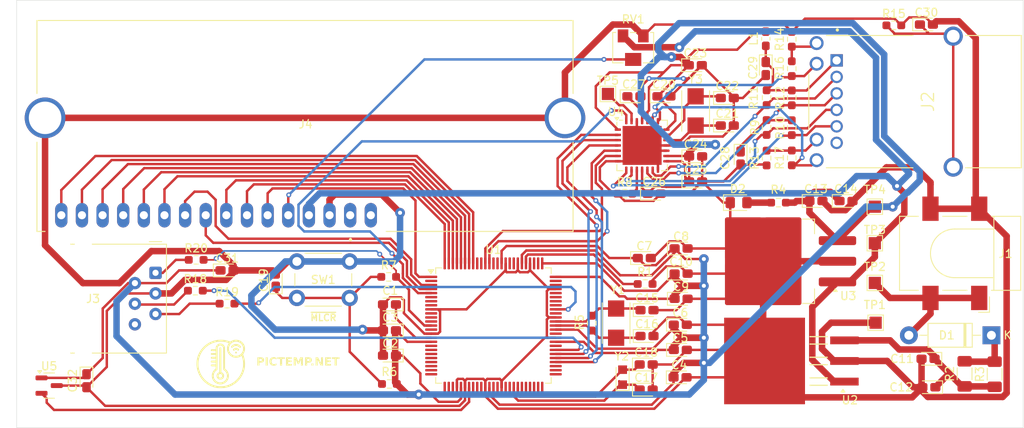
<source format=kicad_pcb>
(kicad_pcb (version 20240108) (generator "pcbnew") (generator_version "8.0")
  (title_block (title "PICTEMPNET") (date "2024.12.06.") (company "Mechatronika, Optika és Gépészeti Informatika Tanszék") (comment 1 "Mikrovezérlők alkalmazása - BMEGEMIBMMV") (comment 3 "Dobondi-Reisz Mendel - C8GJJW") (comment 4 "Vadász Benedek - FR2CRM"))
  (layers (0 "F.Cu" signal) (31 "B.Cu" signal) (34 "B.Paste" user) (35 "F.Paste" user) (36 "B.SilkS" user "B.Silkscreen") (37 "F.SilkS" user "F.Silkscreen") (38 "B.Mask" user) (39 "F.Mask" user) (44 "Edge.Cuts" user))
  (net 0 "")
  (net 1 "Net-(U1-VDDCORE{slash}VCAP)")
  (net 2 "GND")
  (net 3 "Net-(U2-INPUT)")
  (net 4 "Net-(D1-K)")
  (net 5 "Net-(U1-RBIAS)")
  (net 6 "RE2")
  (net 8 "RB0")
  (net 12 "RE6")
  (net 16 "RE4")
  (net 17 "RH1")
  (net 25 "RB7")
  (net 30 "RH2")
  (net 48 "RE7")
  (net 49 "RD2")
  (net 50 "SDO1")
  (net 52 "SDI1")
  (net 58 "AN3")
  (net 59 "CLKO")
  (net 67 "SCK1")
  (net 68 "RD3")
  (net 70 "RE5")
  (net 71 "RE3")
  (net 72 "~{MCLR}")
  (net 75 "RE0")
  (net 76 "RE1")
  (net 78 "CLKI")
  (net 79 "RB6")
  (net 80 "RH0")
  (net 81 "/+9V")
  (net 82 "Net-(D2-A)")
  (net 83 "T1OSI")
  (net 84 "T1OSO")
  (net 85 "Net-(C19-Pad1)")
  (net 86 "Net-(U4-OSC1)")
  (net 87 "Net-(U4-OSC2)")
  (net 88 "Net-(U4-VCAP)")
  (net 89 "Net-(U4-RBIAS)")
  (net 90 "LCDVDD")
  (net 91 "TPOUT-")
  (net 92 "LEDA")
  (net 93 "LEDB")
  (net 94 "TPOUT+")
  (net 95 "TPIN+")
  (net 96 "TPIN-")
  (net 97 "Net-(C28-Pad1)")
  (net 98 "Net-(J2-TCT)")
  (net 99 "Net-(C30-Pad1)")
  (net 100 "Net-(J2-Pad7)")
  (net 101 "Net-(J2-Pad9)")
  (net 103 "Net-(J3-Pad4)")
  (net 104 "Net-(J3-Pad5)")
  (net 106 "Net-(J3-Pad1)")
  (net 107 "Net-(J4-VO)")
  (net 108 "PICVDD")
  (net 109 "Net-(U4-CLKOUT)")
  (footprint "Package_TO_SOT_SMD:SOT-23" (layer "F.Cu") (at 87.420495 126.4)
    (property "Reference" "U5")
    (property "Value" "TC1047xNB")
  )
  (footprint "footprints:LOGO_BLACK" (layer "F.Cu") (at 108.5 124)
    (property "Reference" "LOGO" (hide yes))
    (property "Value" "LOGO" (hide yes))
  )
  (footprint "Capacitor_Tantalum_SMD:CP_EIA-1608-08_AVX-J_Pad1.25x1.05mm_HandSolder" (layer "F.Cu") (at 165.120495 118.9)
    (property "Reference" "C6")
    (property "Value" "1 μF")
  )
  (footprint "Capacitor_Tantalum_SMD:CP_EIA-1608-08_AVX-J_Pad1.25x1.05mm_HandSolder" (layer "F.Cu") (at 160.690382 110.680113)
    (property "Reference" "C7")
    (property "Value" "1 μF")
  )
  (footprint "Connector_RJ:RJ12_Amphenol_54601-x06_Horizontal" (layer "F.Cu") (at 100.520495 112.5 -90)
    (property "Reference" "J3")
    (property "Value" "RJ-12")
  )
  (footprint "Package_TO_SOT_SMD:TO-263-3_TabPin2" (layer "F.Cu") (at 176.820495 111.075 180)
    (property "Reference" "U3")
    (property "Value" "TC1262-3.3")
  )
  (footprint "Crystal:Crystal_SMD_Qantek_QC5CB-2Pin_5x3.2mm" (layer "F.Cu") (at 157.220495 118.7 -90)
    (property "Reference" "Y1")
    (property "Value" "25 MHz")
  )
  (footprint "TestPoint:TestPoint_Pad_1.5x1.5mm" (layer "F.Cu") (at 156.207995 90.45)
    (property "Reference" "TP5")
    (property "Value" "TestPoint")
  )
  (footprint "Potentiometer_SMD:Potentiometer_Bourns_3214W_Vertical" (layer "F.Cu") (at 159.320495 84.75)
    (property "Reference" "RV1")
    (property "Value" "10 kΩ")
  )
  (footprint "Capacitor_Tantalum_SMD:CP_EIA-1608-08_AVX-J_Pad1.25x1.05mm_HandSolder" (layer "F.Cu") (at 92.020495 125.8 -90)
    (property "Reference" "C32")
    (property "Value" "1 μF")
  )
  (footprint "Capacitor_Tantalum_SMD:CP_EIA-1608-08_AVX-J_Pad1.25x1.05mm_HandSolder" (layer "F.Cu") (at 109.320495 112.2)
    (property "Reference" "C31")
    (property "Value" "1 μF")
  )
  (footprint "Capacitor_Tantalum_SMD:CP_EIA-1608-08_AVX-J_Pad1.25x1.05mm_HandSolder" (layer "F.Cu") (at 161.907995 102.75)
    (property "Reference" "C26")
    (property "Value" "1 μF")
  )
  (footprint "Resistor_SMD:R_0603_1608Metric_Pad0.98x0.95mm_HandSolder" (layer "F.Cu") (at 175.744495 94.5875 90)
    (property "Reference" "R9")
    (property "Value" "49.9 Ω")
  )
  (footprint "Resistor_SMD:R_0603_1608Metric_Pad0.98x0.95mm_HandSolder" (layer "F.Cu") (at 175.744495 98.35 -90)
    (property "Reference" "R13")
    (property "Value" "180 Ω")
  )
  (footprint "Resistor_SMD:R_0603_1608Metric_Pad0.98x0.95mm_HandSolder" (layer "F.Cu") (at 175.744495 90.9125 90)
    (property "Reference" "R11")
    (property "Value" "49.9 Ω")
  )
  (footprint "Resistor_SMD:R_0603_1608Metric_Pad0.98x0.95mm_HandSolder" (layer "F.Cu") (at 178.844495 90.9375 90)
    (property "Reference" "R12")
    (property "Value" "49.9 Ω")
  )
  (footprint "Capacitor_Tantalum_SMD:CP_EIA-1608-08_AVX-J_Pad1.25x1.05mm_HandSolder" (layer "F.Cu") (at 195.720495 126.6 180)
    (property "Reference" "C12")
    (property "Value" "220 μF")
  )
  (footprint "Capacitor_Tantalum_SMD:CP_EIA-1608-08_AVX-J_Pad1.25x1.05mm_HandSolder" (layer "F.Cu") (at 195.620495 123.1 180)
    (property "Reference" "C11")
    (property "Value" "1 μF")
  )
  (footprint "Capacitor_Tantalum_SMD:CP_EIA-1608-08_AVX-J_Pad1.25x1.05mm_HandSolder" (layer "F.Cu") (at 129.320495 122.7 180)
    (property "Reference" "C2")
    (property "Value" "1 μF")
  )
  (footprint "Inductor_SMD:L_0603_1608Metric_Pad1.05x0.95mm_HandSolder" (layer "F.Cu") (at 175.644495 83.65 -90)
    (property "Reference" "L1")
    (property "Value" "100 mH")
  )
  (footprint "footprints:BEL_08B0-1X1T-36-F" (layer "F.Cu") (at 195.544495 91.4 -90)
    (property "Reference" "J2")
    (property "Value" "08B0-1X1T-36-F")
  )
  (footprint "Resistor_SMD:R_0603_1608Metric_Pad0.98x0.95mm_HandSolder" (layer "F.Cu") (at 178.844495 94.6125 90)
    (property "Reference" "R10")
    (property "Value" "49.9 Ω")
  )
  (footprint "Diode_THT:D_DO-41_SOD81_P10.16mm_Horizontal" (layer "F.Cu") (at 203.420495 120.2 180)
    (property "Reference" "D1")
    (property "Value" "1N4006")
  )
  (footprint "Capacitor_Tantalum_SMD:CP_EIA-1608-08_AVX-J_Pad1.25x1.05mm_HandSolder" (layer "F.Cu") (at 165.120495 122)
    (property "Reference" "C5")
    (property "Value" "1 μF")
  )
  (footprint "Resistor_SMD:R_1206_3216Metric_Pad1.30x1.75mm_HandSolder" (layer "F.Cu") (at 203.820495 125 90)
    (property "Reference" "R3")
    (property "Value" "2 Ω")
  )
  (footprint "Capacitor_Tantalum_SMD:CP_EIA-1608-08_AVX-J_Pad1.25x1.05mm_HandSolder" (layer "F.Cu") (at 115.320495 113.4 90)
    (property "Reference" "C19")
    (property "Value" "33 pF")
  )
  (footprint "LED_SMD:LED_0805_2012Metric_Pad1.15x1.40mm_HandSolder" (layer "F.Cu") (at 172.295495 103.85)
    (property "Reference" "D2")
    (property "Value" "PW LED")
  )
  (footprint "Resistor_SMD:R_0603_1608Metric_Pad0.98x0.95mm_HandSolder" (layer "F.Cu") (at 178.844495 83.7125 90)
    (property "Reference" "R14")
    (property "Value" "180 Ω")
  )
  (footprint "TestPoint:TestPoint_Pad_1.5x1.5mm" (layer "F.Cu") (at 189.070495 104.35 -90)
    (property "Reference" "TP4")
    (property "Value" "TestPoint")
  )
  (footprint "Capacitor_Tantalum_SMD:CP_EIA-1608-08_AVX-J_Pad1.25x1.05mm_HandSolder" (layer "F.Cu") (at 185.520495 103.65)
    (property "Reference" "C14")
    (property "Value" "47 μF")
  )
  (footprint "TestPoint:TestPoint_Pad_1.5x1.5mm" (layer "F.Cu") (at 189.170495 118.65)
    (property "Reference" "TP1")
    (property "Value" "TestPoint")
  )
  (footprint "footprints:LM2940S_5_NOPB_KTT3" (layer "F.Cu") (at 175.647895 123.365 90)
    (property "Reference" "U2")
    (property "Value" "LM2940S-5.0/NOPB")
  )
  (footprint "Capacitor_Tantalum_SMD:CP_EIA-1608-08_AVX-J_Pad1.25x1.05mm_HandSolder" (layer "F.Cu") (at 170.907995 94.35)
    (property "Reference" "C21")
    (property "Value" "33 pF")
  )
  (footprint "TestPoint:TestPoint_Pad_1.5x1.5mm" (layer "F.Cu") (at 189.070495 108.85)
    (property "Reference" "TP3")
    (property "Value" "TestPoint")
  )
  (footprint "Capacitor_Tantalum_SMD:CP_EIA-1608-08_AVX-J_Pad1.25x1.05mm_HandSolder" (layer "F.Cu") (at 163.107995 90.75)
    (property "Reference" "C20")
    (property "Value" "1 μF")
  )
  (footprint "Capacitor_Tantalum_SMD:CP_EIA-1608-08_AVX-J_Pad1.25x1.05mm_HandSolder" (layer "F.Cu") (at 166.970495 86.9125)
    (property "Reference" "C23")
    (property "Value" "1 μF")
  )
  (footprint "Capacitor_Tantalum_SMD:CP_EIA-1608-08_AVX-J_Pad1.25x1.05mm_HandSolder" (layer "F.Cu") (at 181.820495 103.65)
    (property "Reference" "C13")
    (property "Value" "1 μF")
  )
  (footprint "Capacitor_Tantalum_SMD:CP_EIA-1608-08_AVX-J_Pad1.25x1.05mm_HandSolder" (layer "F.Cu") (at 165.090382 125.380113)
    (property "Reference" "C4")
    (property "Value" "1 μF")
  )
  (footprint "Capacitor_Tantalum_SMD:CP_EIA-1608-08_AVX-J_Pad1.25x1.05mm_HandSolder" (layer "F.Cu") (at 160.920495 126.9)
    (property "Reference" "C17")
    (property "Value" "22 pF")
  )
  (footprint "Resistor_SMD:R_0603_1608Metric_Pad0.98x0.95mm_HandSolder" (layer "F.Cu") (at 178.844495 87.3375 -90)
    (property "Reference" "R16")
    (property "Value" "10 kΩ")
  )
  (footprint "Capacitor_Tantalum_SMD:CP_EIA-1608-08_AVX-J_Pad1.25x1.05mm_HandSolder" (layer "F.Cu") (at 129.320495 116.4 180)
    (property "Reference" "C1")
    (property "Value" "10 μF")
  )
  (footprint "Capacitor_Tantalum_SMD:CP_EIA-1608-08_AVX-J_Pad1.25x1.05mm_HandSolder" (layer "F.Cu") (at 167.007995 98.15)
    (property "Reference" "C24")
    (property "Value" "1 μF")
  )
  (footprint "Package_QFP:TQFP-100_14x14mm_P0.5mm" (layer "F.Cu") (at 142.120495 119)
    (property "Reference" "U1")
    (property "Value" "PIC18F97J60-IPT")
  )
  (footprint "Resistor_SMD:R_0603_1608Metric_Pad0.98x0.95mm_HandSolder" (layer "F.Cu") (at 109.320495 116.3)
    (property "Reference" "R19")
    (property "Value" "100 Ω")
  )
  (footprint "Capacitor_Tantalum_SMD:CP_EIA-1608-08_AVX-J_Pad1.25x1.05mm_HandSolder" (layer "F.Cu") (at 195.420495 81.9)
    (property "Reference" "C30")
    (property "Value" "1 nF")
  )
  (footprint "Package_DFN_QFN:QFN-28-1EP_6x6mm_P0.65mm_EP4.8x4.8mm" (layer "F.Cu") (at 160.420495 96.8)
    (property "Reference" "U4")
    (property "Value" "ENC28J60x-ML")
  )
  (footprint "Crystal:Crystal_SMD_Qantek_QC5CB-2Pin_5x3.2mm" (layer "F.Cu") (at 167.007995 92.55 90)
    (property "Reference" "Y3")
    (property "Value" "25 MHz")
  )
  (footprint "Capacitor_Tantalum_SMD:CP_EIA-1608-08_AVX-J_Pad1.25x1.05mm_HandSolder" (layer "F.Cu") (at 160.920495 123.8)
    (property "Reference" "C18")
    (property "Value" "22 pF")
  )
  (footprint "Capacitor_Tantalum_SMD:CP_EIA-1608-08_AVX-J_Pad1.25x1.05mm_HandSolder" (layer "F.Cu") (at 175.644495 87.325 -90)
    (property "Reference" "C29")
    (property "Value" "1 μF")
  )
  (footprint "Resistor_SMD:R_0603_1608Metric_Pad0.98x0.95mm_HandSolder" (layer "F.Cu") (at 154.220495 118.7 -90)
    (property "Reference" "R5")
    (property "Value" "1 MΩ")
  )
  (footprint "Capacitor_Tantalum_SMD:CP_EIA-1608-08_AVX-J_Pad1.25x1.05mm_HandSolder" (layer "F.Cu") (at 161.020495 117.1)
    (property "Reference" "C15")
    (property "Value" "33 pF")
  )
  (footprint "Capacitor_Tantalum_SMD:CP_EIA-1608-08_AVX-J_Pad1.25x1.05mm_HandSolder" (layer "F.Cu") (at 129.320495 119.6 180)
    (property "Reference" "C3")
    (property "Value" "1 μF")
  )
  (footprint "TestPoint:TestPoint_Pad_1.5x1.5mm" (layer "F.Cu") (at 189.070495 113.75)
    (property "Reference" "TP2")
    (property "Value" "TestPoint")
  )
  (footprint "Resistor_SMD:R_0603_1608Metric_Pad0.98x0.95mm_HandSolder" (layer "F.Cu") (at 105.420495 114.7)
    (property "Reference" "R18")
    (property "Value" "100 Ω")
  )
  (footprint "Capacitor_Tantalum_SMD:CP_EIA-1608-08_AVX-J_Pad1.25x1.05mm_HandSolder" (layer "F.Cu") (at 165.220495 115.7)
    (property "Reference" "C9")
    (property "Value" "1 μF")
  )
  (footprint "Resistor_SMD:R_0603_1608Metric_Pad0.98x0.95mm_HandSolder" (layer "F.Cu") (at 105.520495 110.9)
    (property "Reference" "R20")
    (property "Value" "100 Ω")
  )
  (footprint "Capacitor_Tantalum_SMD:CP_EIA-1608-08_AVX-J_Pad1.25x1.05mm_HandSolder" (layer "F.Cu") (at 167.007995 101.25)
    (property "Reference" "C25")
    (property "Value" "1 μF")
  )
  (footprint "Resistor_SMD:R_0603_1608Metric_Pad0.98x0.95mm_HandSolder" (layer "F.Cu") (at 160.790382 113.880113 180)
    (property "Reference" "R1")
    (property "Value" "2.26 kΩ")
  )
  (footprint "Resistor_SMD:R_0603_1608Metric_Pad0.98x0.95mm_HandSolder" (layer "F.Cu") (at 158.295495 102.75)
    (property "Reference" "R8")
    (property "Value" "2.26 kΩ")
  )
  (footprint "Resistor_SMD:R_0603_1608Metric_Pad0.98x0.95mm_HandSolder" (layer "F.Cu") (at 129.220495 113)
    (property "Reference" "R7")
    (property "Value" "1 kΩ")
  )
  (footprint "footprints:LCD_LCM-S01602DTR_M" (layer "F.Cu") (at 118.920495 94.4)
    (property "Reference" "J4")
    (property "Value" "LCM-S01602DTR_M")
  )
  (footprint "Capacitor_Tantalum_SMD:CP_EIA-1608-08_AVX-J_Pad1.25x1.05mm_HandSolder" (layer "F.Cu") (at 165.220495 112.6)
    (property "Reference" "C10")
    (property "Value" "1 μF")
  )
  (footprint "Capacitor_Tantalum_SMD:CP_EIA-1608-08_AVX-J_Pad1.25x1.05mm_HandSolder" (layer "F.Cu") (at 161.020495 120.29)
    (property "Reference" "C16")
    (property "Value" "33 pF")
  )
  (footprint "Connector_BarrelJack:BarrelJack_CLIFF_FC681465S_SMT_Horizontal" (layer "F.Cu") (at 198.920495 110.1 180)
    (property "Reference" "J1")
    (property "Value" "Barrel Jack")
  )
  (footprint "Resistor_SMD:R_0603_1608Metric_Pad0.98x0.95mm_HandSolder" (layer "F.Cu") (at 178.844495 98.3375 -90)
    (property "Reference" "R17")
    (property "Value" "10 kΩ")
  )
  (footprint "Resistor_SMD:R_1206_3216Metric_Pad1.30x1.75mm_HandSolder" (layer "F.Cu") (at 200.120495 124.95 90)
    (property "Reference" "R2")
    (property "Value" "2 Ω")
  )
  (footprint "Button_Switch_THT:SW_PUSH_6mm" (layer "F.Cu") (at 117.920495 111.1)
    (property "Reference" "SW1")
    (property "Value" "SW_Push")
  )
  (footprint "Resistor_SMD:R_0603_1608Metric_Pad0.98x0.95mm_HandSolder" (layer "F.Cu") (at 129.307995 126.2 180)
    (property "Reference" "R6")
    (property "Value" "4.7 kΩ")
  )
  (footprint "Capacitor_Tantalum_SMD:CP_EIA-1608-08_AVX-J_Pad1.25x1.05mm_HandSolder" (layer "F.Cu") (at 172.544495 98.35 -90)
    (property "Reference" "C28")
    (property "Value" "1 μF")
  )
  (footprint "Capacitor_Tantalum_SMD:CP_EIA-1608-08_AVX-J_Pad1.25x1.05mm_HandSolder" (layer "F.Cu") (at 165.220495 109.5)
    (property "Reference" "C8")
    (property "Value" "1 μF")
  )
  (footprint "Capacitor_Tantalum_SMD:CP_EIA-1608-08_AVX-J_Pad1.25x1.05mm_HandSolder" (layer "F.Cu") (at 159.407995 90.75)
    (property "Reference" "C27")
    (property "Value" "1 μF")
  )
  (footprint "Resistor_SMD:R_0603_1608Metric_Pad0.98x0.95mm_HandSolder" (layer "F.Cu") (at 191.407995 82)
    (property "Reference" "R15")
    (property "Value" "1 MΩ")
  )
  (footprint "Capacitor_Tantalum_SMD:CP_EIA-1608-08_AVX-J_Pad1.25x1.05mm_HandSolder" (layer "F.Cu") (at 170.907995 90.95)
    (property "Reference" "C22")
    (property "Value" "33 pF")
  )
  (footprint "Crystal:Crystal_SMD_TXC_9HT11-2Pin_2.0x1.2mm_HandSoldering" (layer "F.Cu") (at 158.020495 125.3625 90)
    (property "Reference" "Y2")
    (property "Value" "32 kHz")
  )
  (footprint "Resistor_SMD:R_0603_1608Metric_Pad0.98x0.95mm_HandSolder" (layer "F.Cu") (at 177.207995 103.85)
    (property "Reference" "R4")
    (property "Value" "180 Ω")
  )
  (gr_rect (start 83.420495 78.9) (end 207.320495 131.6) (stroke (width 0.05)) (fill none) (layer "Edge.Cuts"))
  (gr_text "~{MLCR}" (at 119.5 118.5 0) (layer "F.SilkS") (effects (font (size 0.8 0.8) (thickness 0.16) (bold yes)) (justify left bottom)))
  (gr_text "PICTEMP.NET" (at 112.920495 124.1 0) (layer "F.SilkS") (effects (font (size 1 1) (thickness 0.2) (bold yes)) (justify left bottom)))
  (segment (start 130.745495 118.725) (end 130.120495 118.1) (width 0.3) (layer "F.Cu") (net 1))
  (segment (start 132.520495 120.5) (end 131.095495 119.075) (width 0.3) (layer "F.Cu") (net 1))
  (segment (start 131.095495 119.069544) (end 130.750951 118.725) (width 0.3) (layer "F.Cu") (net 1))
  (segment (start 131.095495 119.075) (end 131.095495 119.069544) (width 0.3) (layer "F.Cu") (net 1))
  (segment (start 130.750951 118.725) (end 130.745495 118.725) (width 0.3) (layer "F.Cu") (net 1))
  (segment (start 130.120495 118.1) (end 130.120495 116.4) (width 0.3) (layer "F.Cu") (net 1))
  (segment (start 134.457995 120.5) (end 132.520495 120.5) (width 0.3) (layer "F.Cu") (net 1))
  (segment (start 183.670495 118.65) (end 182.570495 119.75) (width 0.8) (layer "F.Cu") (net 2))
  (segment (start 126.1 119.6) (end 126 119.5) (width 0.8) (layer "F.Cu") (net 2))
  (segment (start 183.745495 104.775) (end 185.454505 104.775) (width 0.8) (layer "F.Cu") (net 2))
  (segment (start 184.470495 111.075) (end 175.320495 111.075) (width 0.8) (layer "F.Cu") (net 2))
  (segment (start 156.820495 81.9) (end 159.170495 81.9) (width 0.8) (layer "F.Cu") (net 2))
  (segment (start 150.920495 93.4) (end 150.920495 87.8) (width 0.8) (layer "F.Cu") (net 2))
  (segment (start 143.120495 125.8) (end 143.120495 126.6625) (width 0.3) (layer "F.Cu") (net 2))
  (segment (start 138.620495 125.8) (end 138.620495 126.6625) (width 0.3) (layer "F.Cu") (net 2))
  (segment (start 116.820495 111.1) (end 115.320495 112.6) (width 0.8) (layer "F.Cu") (net 2))
  (segment (start 110.120495 112.2) (end 114.920495 112.2) (width 0.8) (layer "F.Cu") (net 2))
  (segment (start 163.907995 90.75) (end 163.932995 90.75) (width 0.3) (layer "F.Cu") (net 2))
  (segment (start 172.620495 108.375) (end 175.320495 111.075) (width 0.8) (layer "F.Cu") (net 2))
  (segment (start 138.620495 126.6625) (end 138.620495 128.207107) (width 0.3) (layer "F.Cu") (net 2))
  (segment (start 161.720495 123.8) (end 164.120495 123.8) (width 0.3) (layer "F.Cu") (net 2))
  (segment (start 165.920495 122) (end 174.130495 122) (width 0.3) (layer "F.Cu") (net 2))
  (segment (start 167.807995 98.15) (end 167.807995 101.25) (width 0.3) (layer "F.Cu") (net 2))
  (segment (start 195.595495 127.8) (end 204.804505 127.8) (width 0.8) (layer "F.Cu") (net 2))
  (segment (start 205.295495 107.975) (end 201.920495 104.6) (width 0.8) (layer "F.Cu") (net 2))
  (segment (start 179.695495 119.165) (end 175.495495 123.365) (width 0.8) (layer "F.Cu") (net 2))
  (segment (start 190.585495 123.365) (end 193.820495 126.6) (width 0.8) (layer "F.Cu") (net 2))
  (segment (start 195.920495 104.6) (end 201.920495 104.6) (width 0.8) (layer "F.Cu") (net 2))
  (segment (start 163.407995 96.8) (end 165.265101 96.8) (width 0.3) (layer "F.Cu") (net 2))
  (segment (start 161.720495 123.8) (end 161.720495 126.9) (width 0.3) (layer "F.Cu") (net 2))
  (segment (start 138.620495 125.82188) (end 138.373615 125.575) (width 0.3) (layer "F.Cu") (net 2))
  (segment (start 155.970495 98.75) (end 157.432995 98.75) (width 0.3) (layer "F.Cu") (net 2))
  (segment (start 86.920495 109.107336) (end 91.582829 113.76967) (width 0.8) (layer "F.Cu") (net 2))
  (segment (start 161.490382 110.680113) (end 161.734926 110.680113) (width 0.3) (layer "F.Cu") (net 2))
  (segment (start 178.844495 82.8) (end 180.469495 81.175) (width 0.3) (layer "F.Cu") (net 2))
  (segment (start 175.320495 111.075) (end 175.320495 123.19) (width 0.8) (layer "F.Cu") (net 2))
  (segment (start 163.790039 108.625) (end 165.145495 108.625) (width 0.3) (layer "F.Cu") (net 2))
  (segment (start 143.620495 112.3) (end 143.620495 111.3375) (width 0.3) (layer "F.Cu") (net 2))
  (segment (start 161.720495 126.9) (end 161.720495 126.375) (width 0.3) (layer "F.Cu") (net 2))
  (segment (start 161.702882 113.405113) (end 163.382995 111.725) (width 0.3) (layer "F.Cu") (net 2))
  (segment (start 130.620495 105.1) (end 128.370495 102.85) (width 0.8) (layer "F.Cu") (net 2))
  (segment (start 144.873615 112.425) (end 143.745495 112.425) (width 0.3) (layer "F.Cu") (net 2))
  (segment (start 170.444495 101.25) (end 172.544495 99.15) (width 0.3) (layer "F.Cu") (net 2))
  (segment (start 171.270495 103.85) (end 170.407995 103.85) (width 0.3) (layer "F.Cu") (net 2))
  (segment (start 173.480382 125.380113) (end 175.495495 123.365) (width 0.3) (layer "F.Cu") (net 2))
  (segment (start 110.120495 112.2) (end 110.120495 112.45901) (width 0.8) (layer "F.Cu") (net 2))
  (segment (start 162.707995 102.75) (end 161.832995 103.625) (width 0.3) (layer "F.Cu") (net 2))
  (segment (start 160.207995 89.614341) (end 161.272336 88.55) (width 0.3) (layer "F.Cu") (net 2))
  (segment (start 171.030495 118.9) (end 175.495495 123.365) (width 0.3) (layer "F.Cu") (net 2))
  (segment (start 108.345495 109.825) (end 110.120495 111.6) (width 0.8) (layer "F.Cu") (net 2))
  (segment (start 117.920495 111.1) (end 116.820495 111.1) (width 0.8) (layer "F.Cu") (net 2))
  (segment (start 143.120495 126.6625) (end 143.120495 125.82188) (width 0.3) (layer "F.Cu") (net 2))
  (segment (start 159.170495 81.9) (end 160.570495 83.3) (width 0.8) (layer "F.Cu") (net 2))
  (segment (start 166.132995 88.55) (end 167.770495 86.9125) (width 0.3) (layer "F.Cu") (net 2))
  (segment (start 155.220495 99.5) (end 155.970495 98.75) (width 0.3) (layer "F.Cu") (net 2))
  (segment (start 175.631995 99.15) (end 175.744495 99.2625) (width 0.3) (layer "F.Cu") (net 2))
  (segment (start 166.020495 112.6) (end 171.645495 112.6) (width 0.3) (layer "F.Cu") (net 2))
  (segment (start 157.432995 98.75) (end 158.470495 98.75) (width 0.3) (layer "F.Cu") (net 2))
  (segment (start 148.820495 120.5) (end 148.695495 120.375) (width 0.3) (layer "F.Cu") (net 2))
  (segment (start 158.257995 103.625) (end 157.382995 102.75) (width 0.3) (layer "F.Cu") (net 2))
  (segment (start 201.494495 104.174) (end 201.494495 83.591644) (width 0.8) (layer "F.Cu") (net 2))
  (segment (start 163.382995 111.725) (end 165.145495 111.725) (width 0.3) (layer "F.Cu") (net 2))
  (segment (start 171.707995 94.35) (end 171.707995 90.95) (width 0.3) (layer "F.Cu") (net 2))
  (segment (start 143.120495 125.82188) (end 148.442375 120.5) (width 0.3) (layer "F.Cu") (net 2))
  (segment (start 171.707995 90.95) (end 172.819495 90.95) (width 0.3) (layer "F.Cu") (net 2))
  (segment (start 166.020495 109.5) (end 171.695495 109.5) (width 0.3) (layer "F.Cu") (net 2))
  (segment (start 161.070495 97.45) (end 160.420495 96.8) (width 0.3) (layer "F.Cu") (net 2))
  (segment (start 164.620495 117.1) (end 166.020495 115.7) (width 0.3) (layer "F.Cu") (net 2))
  (segment (start 171.707995 90.95) (end 171.707995 90.85) (width 0.3) (layer "F.Cu") (net 2))
  (segment (start 143.620495 112.17812) (end 138.798615 117) (width 0.3) (layer "F.Cu") (net 2))
  (segment (start 161.820495 119.765) (end 163.560495 118.025) (width 0.3) (layer "F.Cu") (net 2))
  (segment (start 186.360181 103.65) (end 186.320495 103.65) (width 0.8) (layer "F.Cu") (net 2))
  (segment (start 96.057494 113.76967) (end 100.002164 109.825) (width 0.8) (layer "F.Cu") (net 2))
  (segment (start 170.357995 95.7) (end 171.707995 94.35) (width 0.3) (layer "F.Cu") (net 2))
  (segment (start 161.820495 117.1) (end 164.620495 117.1) (width 0.3) (layer "F.Cu") (net 2))
  (segment (start 194.820495 123.1) (end 194.820495 126.5) (width 0.8) (layer "F.Cu") (net 2))
  (segment (start 199.402851 81.5) (end 196.620495 81.5) (width 0.8) (layer "F.Cu") (net 2))
  (segment (start 186.320495 103.90901) (end 186.320495 103.65) (width 0.8) (layer "F.Cu") (net 2))
  (segment (start 102.480495 115.04) (end 100.520495 115.04) (width 0.8) (layer "F.Cu") (net 2))
  (segment (start 158.470495 98.75) (end 160.420495 96.8) (width 0.3) (layer "F.Cu") (net 2))
  (segment (start 137.745495 125.575) (end 137.620495 125.7) (width 0.3) (layer "F.Cu") (net 2))
  (segment (start 161.970495 81.9) (end 160.570495 83.3) (width 0.3) (layer "F.Cu") (net 2))
  (segment (start 109.210495 113.36901) (end 104.151485 113.36901) (width 0.8) (layer "F.Cu") (net 2))
  (segment (start 135.545495 117.24688) (end 135.545495 119.75312) (width 0.3) (layer "F.Cu") (net 2))
  (segment (start 137.927602 128.9) (end 94.320495 128.9) (width 0.3) (layer "F.Cu") (net 2))
  (segment (start 121.940495 103.48) (end 121.940495 105.4) (width 0.8) (layer "F.Cu") (net 2))
  (segment (start 194.920495 126.6) (end 194.920495 127.125) (width 0.8) (layer "F.Cu") (net 2))
  (segment (start 160.207995 90.75) (end 160.207995 89.614341) (width 0.3) (layer "F.Cu") (net 2))
  (segment (start 171.045495 115.7) (end 172.895495 113.85) (width 0.3) (layer "F.Cu") (net 2))
  (segment (start 194.820495 126.5) (end 194.920495 126.6) (width 0.8) (layer "F.Cu") (net 2))
  (segment (start 190.510181 99.5) (end 186.360181 103.65) (width 0.8) (layer "F.Cu") (net 2))
  (segment (start 131.095495 115.869544) (end 130.750951 115.525) (width 0.3) (layer "F.Cu") (net 2))
  (segment (start 189.170495 118.65) (end 183.670495 118.65) (width 0.8) (layer "F.Cu") (net 2))
  (segment (start 150.920495 87.8) (end 156.820495 81.9) (width 0.8) (layer "F.Cu") (net 2))
  (segment (start 185.454505 104.775) (end 186.320495 103.90901) (width 0.8) (layer "F.Cu") (net 2))
  (segment (start 194.920495 127.125) (end 195.595495 127.8) (width 0.8) (layer "F.Cu") (net 2))
  (segment (start 165.145495 108.625) (end 166.020495 109.5) (width 0.3) (layer "F.Cu") (net 2))
  (segment (start 171.707995 90.85) (end 167.770495 86.9125) (width 0.3) (layer "F.Cu") (net 2))
  (segment (start 165.795838 125.380113) (end 161.925951 129.25) (width 0.3) (layer "F.Cu") (net 2))
  (segment (start 92.020495 126.6) (end 94.520495 124.1) (width 0.3) (layer "F.Cu") (net 2))
  (segment (start 138.620495 126.6625) (end 138.620495 125.82188) (width 0.3) (layer "F.Cu") (net 2))
  (segment (start 149.782995 114.5) (end 148.942375 114.5) (width 0.3) (layer "F.Cu") (net 2))
  (segment (start 145.120495 112.17812) (end 144.873615 112.425) (width 0.3) (layer "F.Cu") (net 2))
  (segment (start 130.750951 115.525) (end 129.395495 115.525) (width 0.3) (layer "F.Cu") (net 2))
  (segment (start 138.798615 117) (end 134.457995 117) (width 0.3) (layer "F.Cu") (net 2))
  (segment (start 193.295495 81.025) (end 192.320495 82) (width 0.3) (layer "F.Cu") (net 2))
  (segment (start 165.145495 111.725) (end 166.020495 112.6) (width 0.3) (layer "F.Cu") (net 2))
  (segment (start 159.770495 93.8125) (end 159.770495 96.15) (width 0.3) (layer "F.Cu") (net 2))
  (segment (start 163.407995 96.8) (end 160.420495 96.8) (width 0.3) (layer "F.Cu") (net 2))
  (segment (start 193.670495 127.85) (end 194.920495 126.6) (width 0.8) (layer "F.Cu") (net 2))
  (segment (start 150.920495 93.4) (end 86.920495 93.4) (width 0.8) (layer "F.Cu") (net 2))
  (segment (start 141.367375 125.575) (end 142.895495 125.575) (width 0.3) (layer "F.Cu") (net 2))
  (segment (start 201.494495 83.591644) (end 199.402851 81.5) (width 0.8) (layer "F.Cu") (net 2))
  (segment (start 196.220495 81.9) (end 195.345495 81.025) (width 0.3) (layer "F.Cu") (net 2))
  (segment (start 135.298615 117) (end 135.545495 117.24688) (width 0.3) (layer "F.Cu") (net 2))
  (segment (start 104.151485 113.36901) (end 102.480495 115.04) (width 0.8) (layer "F.Cu") (net 2))
  (segment (start 201.920495 104.6) (end 201.494495 104.174) (width 0.8) (layer "F.Cu") (net 2))
  (segment (start 133.617375 120) (end 131.095495 117.47812) (width 0.3) (layer "F.Cu") (net 2))
  (segment (start 174.130495 122) (end 175.495495 123.365) (width 0.3) (layer "F.Cu") (net 2))
  (segment (start 161.702882 113.880113) (end 161.702882 113.405113) (width 0.3) (layer "F.Cu") (net 2))
  (segment (start 182.570495 121.8802) (end 184.055295 123.365) (width 0.8) (layer "F.Cu") (net 2))
  (segment (start 162.370495 99.7875) (end 162.370495 98.75) (width 0.3) (layer "F.Cu") (net 2))
  (segment (start 195.920495 101.344184) (end 194.076311 99.5) (width 0.8) (layer "F.Cu") (net 2))
  (segment (start 96.680495 115.04) (end 100.520495 115.04) (width 0.3) (layer "F.Cu") (net 2))
  (segment (start 165.920495 118.9) (end 171.030495 118.9) (width 0.3) (layer "F.Cu") (net 2))
  (segment (start 167.807995 101.25) (end 170.444495 101.25) (width 0.3) (layer "F.Cu") (net 2))
  (segment (start 195.345495 81.025) (end 193.295495 81.025) (width 0.3) (layer "F.Cu") (net 2))
  (segment (start 161.832995 103.625) (end 158.257995 103.625) (width 0.3) (layer "F.Cu") (net 2))
  (segment (start 143.745495 112.425) (end 143.620495 112.3) (width 0.3) (layer "F.Cu") (net 2))
  (segment (start 163.932995 90.75) (end 167.770495 86.9125) (width 0.3) (layer "F.Cu") (net 2))
  (segment (start 165.5 88.55) (end 166.132995 88.55) (width 0.3) (layer "F.Cu") (net 2))
  (segment (start 141.120495 125.82188) (end 140.873615 125.575) (width 0.3) (layer "F.Cu") (net 2))
  (segment (start 140.873615 125.575) (end 138.845495 125.575) (width 0.3) (layer "F.Cu") (net 2))
  (segment (start 94.520495 124.1) (end 94.520495 117.2) (width 0.3) (layer "F.Cu") (net 2))
  (segment (start 159.770495 96.15) (end 160.420495 96.8) (width 0.3) (layer "F.Cu") (net 2))
  (segment (start 163.407995 97.45) (end 161.070495 97.45) (width 0.3) (layer "F.Cu") (net 2))
  (segment (start 170.407995 103.85) (end 167.807995 101.25) (width 0.3) (layer "F.Cu") (net 2))
  (segment (start 166.020495 115.7) (end 171.045495 115.7) (width 0.3) (layer "F.Cu") (net 2))
  (segment (start 91.820495 126.4) (end 92.020495 126.6) (width 0.3) (layer "F.Cu") (net 2))
  (segment (start 143.620495 111.3375) (end 143.620495 112.17812) (width 0.3) (layer "F.Cu") (net 2))
  (segment (start 91.582829 113.76967) (end 96.057494 113.76967) (width 0.8) (layer "F.Cu") (net 2))
  (segment (start 129.395495 115.525) (end 128.520495 116.4) (width 0.3) (layer "F.Cu") (net 2))
  (segment (start 145.120495 111.3375) (end 145.120495 112.17812) (width 0.3) (layer "F.Cu") (net 2))
  (segment (start 128.520495 122.7) (end 128.520495 116.4) (width 0.8) (layer "F.Cu") (net 2))
  (segment (start 161.820495 120.29) (end 161.820495 119.765) (width 0.3) (layer "F.Cu") (net 2))
  (segment (start 204.804505 127.8) (end 205.295495 127.30901) (width 0.8) (layer "F.Cu") (net 2))
  (segment (start 180.469495 81.175) (end 191.495495 81.175) (width 0.3) (layer "F.Cu") (net 2))
  (segment (start 193.820495 126.6) (end 194.920495 126.6) (width 0.8) (layer "F.Cu") (net 2))
  (segment (start 135.545495 119.75312) (end 135.298615 120) (width 0.3) (layer "F.Cu") (net 2))
  (segment (start 155.220495 101.1) (end 155.220495 99.5) (width 0.3) (layer "F.Cu") (net 2))
  (segment (start 166.307995 102.75) (end 162.707995 102.75) (width 0.3) (layer "F.Cu") (net 2))
  (segment (start 110.120495 112.45901) (end 109.210495 113.36901) (width 0.8) (layer "F.Cu") (net 2))
  (segment (start 148.695495 117.75312) (end 148.695495 114.74688) (width 0.3) (layer "F.Cu") (net 2))
  (segment (start 175.320495 123.19) (end 175.495495 123.365) (width 0.8) (layer "F.Cu") (net 2))
  (segment (start 156.870495 102.75) (end 155.220495 101.1) (width 0.3) (layer "F.Cu") (net 2))
  (segment (start 161.925951 129.25) (end 142.660268 129.25) (width 0.3) (layer "F.Cu") (net 2))
  (segment (start 171.220495 106.975) (end 175.320495 111.075) (width 0.8) (layer "F.Cu") (net 2))
  (segment (start 88.357995 126.4) (end 91.820495 126.4) (width 0.3) (layer "F.Cu") (net 2))
  (segment (start 128.370495 102.85) (end 122.570495 102.85) (width 0.8) (layer "F.Cu") (net 2))
  (segment (start 135.298615 120) (end 134.457995 120) (width 0.3) (layer "F.Cu") (net 2))
  (segment (start 164.120495 123.8) (end 165.920495 122) (width 0.3) (layer "F.Cu") (net 2))
  (segment (start 171.695495 109.5) (end 172.895495 108.3) (width 0.3) (layer "F.Cu") (net 2))
  (segment (start 162.370495 98.75) (end 160.420495 96.8) (width 0.3) (layer "F.Cu") (net 2))
  (segment (start 182.570495 119.75) (end 182.570495 121.8802) (width 0.8) (layer "F.Cu") (net 2))
  (segment (start 166.365101 95.7) (end 170.357995 95.7) (width 0.3) (layer "F.Cu") (net 2))
  (segment (start 205.295495 127.30901) (end 205.295495 107.975) (width 0.8) (layer "F.Cu") (net 2))
  (segment (start 195.920495 101.6) (end 195.920495 101.344184) (width 0.8) (layer "F.Cu") (net 2))
  (segment (start 163.560495 118.025) (end 165.045495 118.025) (width 0.3) (layer "F.Cu") (net 2))
  (segment (start 86.920495 93.4) (end 86.920495 109.107336) (width 0.8) (layer "F.Cu") (net 2))
  (segment (start 171.270495 106.675) (end 172.895495 108.3) (width 0.3) (layer "F.Cu") (net 2))
  (segment (start 138.373615 125.575) (end 137.745495 125.575) (width 0.3) (layer "F.Cu") (net 2))
  (segment (start 110.120495 111.6) (end 110.120495 112.2) (width 0.8) (layer "F.Cu") (net 2))
  (segment (start 94.520495 117.2) (end 96.680495 115.04) (width 0.3) (layer "F.Cu") (net 2))
  (segment (start 191.495495 81.175) (end 192.320495 82) (width 0.3) (layer "F.Cu") (net 2))
  (segment (start 195.920495 101.6) (end 195.920495 104.6) (width 0.8) (layer "F.Cu") (net 2))
  (segment (start 141.120495 127.710227) (end 141.120495 126.6625) (width 0.3) (layer "F.Cu") (net 2))
  (segment (start 141.120495 126.6625) (end 141.120495 125.82188) (width 0.3) (layer "F.Cu") (net 2))
  (segment (start 166.020495 118.8) (end 165.920495 118.9) (width 0.3) (layer "F.Cu") (net 2))
  (segment (start 171.645495 112.6) (end 172.895495 113.85) (width 0.3) (layer "F.Cu") (net 2))
  (segment (start 137.620495 125.7) (end 137.620495 126.6625) (width 0.3) (layer "F.Cu") (net 2))
  (segment (start 172.819495 90.95) (end 175.644495 88.125) (width 0.3) (layer "F.Cu") (net 2))
  (segment (start 145.367375 112.425) (end 145.120495 112.17812) (width 0.3) (layer "F.Cu") (net 2))
  (segment (start 131.095495 117.47812) (end 131.095495 115.869544) (width 0.3) (layer "F.Cu") (net 2))
  (segment (start 142.660268 129.25) (end 141.120495 127.710227) (width 0.3) (layer "F.Cu") (net 2))
  (segment (start 134.457995 117) (end 135.298615 117) (width 0.3) (layer "F.Cu") (net 2))
  (segment (start 185.325295 123.365) (end 190.585495 123.365) (width 0.8) (layer "F.Cu") (net 2))
  (segment (start 178.844495 82.8) (end 177.944495 81.9) (width 0.3) (layer "F.Cu") (net 2))
  (segment (start 196.620495 81.5) (end 196.220495 81.9) (width 0.8) (layer "F.Cu") (net 2))
  (segment (start 114.920495 112.2) (end 115.320495 112.6) (width 0.8) (layer "F.Cu") (net 2))
  (segment (start 148.695495 114.74688) (end 148.942375 114.5) (width 0.3) (layer "F.Cu") (net 2))
  (segment (start 138.845495 125.575) (end 138.620495 125.8) (width 0.3) (layer "F.Cu") (net 2))
  (segment (start 115.320495 112.1) (end 115.320495 112.6) (width 0.3) (layer "F.Cu") (net 2))
  (segment (start 149.782995 118) (end 148.942375 118) (width 0.3) (layer "F.Cu") (net 2))
  (segment (start 161.734926 110.680113) (end 163.790039 108.625) (width 0.3) (layer "F.Cu") (net 2))
  (segment (start 179.980495 127.85) (end 193.670495 127.85) (width 0.8) (layer "F.Cu") (net 2))
  (segment (start 148.695495 120.375) (end 148.695495 118.24688) (width 0.3) (layer "F.Cu") (net 2))
  (segment (start 94.320495 128.9) (end 92.020495 126.6) (width 0.3) (layer "F.Cu") (net 2))
  (segment (start 194.076311 99.5) (end 190.510181 99.5) (width 0.8) (layer "F.Cu") (net 2))
  (segment (start 165.265101 96.8) (end 166.365101 95.7) (width 0.3) (layer "F.Cu") (net 2))
  (segment (start 167.807995 101.25) (end 166.307995 102.75) (width 0.3) (layer "F.Cu") (net 2))
  (segment (start 122.570495 102.85) (end 121.940495 103.48) (width 0.8) (layer "F.Cu") (net 2))
  (segment (start 148.942375 118) (end 148.695495 117.75312) (width 0.3) (layer "F.Cu") (net 2))
  (segment (start 148.942375 114.5) (end 146.620495 112.17812) (width 0.3) (layer "F.Cu") (net 2))
  (segment (start 141.120495 125.82188) (end 141.367375 125.575) (width 0.3) (layer "F.Cu") (net 2))
  (segment (start 165.890382 125.380113) (end 173.480382 125.380113) (width 0.3) (layer "F.Cu") (net 2))
  (segment (start 165.890382 125.380113) (end 165.795838 125.380113) (width 0.3) (layer "F.Cu") (net 2))
  (segment (start 184.055295 123.365) (end 185.325295 123.365) (width 0.8) (layer "F.Cu") (net 2))
  (segment (start 100.002164 109.825) (end 108.345495 109.825) (width 0.8) (layer "F.Cu") (net 2))
  (segment (start 142.895495 125.575) (end 143.120495 125.8) (width 0.3) (layer "F.Cu") (net 2))
  (segment (start 177.944495 81.9) (end 161.970495 81.9) (width 0.3) (layer "F.Cu") (net 2))
  (segment (start 165.045495 118.025) (end 165.920495 118.9) (width 0.3) (layer "F.Cu") (net 2))
  (segment (start 172.544495 99.15) (end 175.631995 99.15) (width 0.3) (layer "F.Cu") (net 2))
  (segment (start 148.695495 118.24688) (end 148.942375 118) (width 0.3) (layer "F.Cu") (net 2))
  (segment (start 146.620495 111.3375) (end 146.620495 112.17812) (width 0.3) (layer "F.Cu") (net 2))
  (segment (start 148.442375 120.5) (end 148.820495 120.5) (width 0.3) (layer "F.Cu") (net 2))
  (segment (start 157.382995 102.75) (end 156.870495 102.75) (width 0.3) (layer "F.Cu") (net 2))
  (segment (start 171.270495 103.85) (end 171.270495 106.675) (width 0.3) (layer "F.Cu") (net 2))
  (segment (start 182.620495 103.65) (end 183.745495 104.775) (width 0.8) (layer "F.Cu") (net 2))
  (segment (start 148.820495 120.5) (end 149.782995 120.5) (width 0.3) (layer "F.Cu") (net 2))
  (segment (start 134.457995 120) (end 133.617375 120) (width 0.3) (layer "F.Cu") (net 2))
  (segment (start 146.620495 112.17812) (end 146.373615 112.425) (width 0.3) (layer "F.Cu") (net 2))
  (segment (start 128.520495 119.6) (end 126.1 119.6) (width 0.8) (layer "F.Cu") (net 2))
  (segment (start 175.495495 123.365) (end 179.980495 127.85) (width 0.8) (layer "F.Cu") (net 2))
  (segment (start 117.920495 111.1) (end 124.420495 111.1) (width 0.8) (layer "F.Cu") (net 2))
  (segment (start 146.373615 112.425) (end 145.367375 112.425) (width 0.3) (layer "F.Cu") (net 2))
  (segment (start 138.620495 128.207107) (end 137.927602 128.9) (width 0.3) (layer "F.Cu") (net 2))
  (via (at 126 119.5) (size 1.2) (drill 0.5) (layers "F.Cu" "B.Cu") (net 2))
  (via (at 161.272336 88.55) (size 0.6) (drill 0.3) (layers "F.Cu" "B.Cu") (net 2))
  (via (at 130.620495 105.1) (size 1.2) (drill 0.5) (layers "F.Cu" "B.Cu") (net 2))
  (via (at 165.5 88.55) (size 0.6) (drill 0.3) (layers "F.Cu" "B.Cu") (net 2))
  (segment (start 129.893288 111.1) (end 130.620495 110.372793) (width 0.8) (layer "B.Cu") (net 2))
  (segment (start 115.247702 119.5) (end 112.320495 116.572793) (width 0.8) (layer "B.Cu") (net 2))
  (segment (start 126 119.5) (end 115.247702 119.5) (width 0.8) (layer "B.Cu") (net 2))
  (segment (start 112.320495 115.285787) (end 112.320495 116.572793) (width 0.8) (layer "B.Cu") (net 2))
  (segment (start 165.5 88.55) (end 161.272336 88.55) (width 0.3) (layer "B.Cu") (net 2))
  (segment (start 116.506282 111.1) (end 112.320495 115.285787) (width 0.8) (layer "B.Cu") (net 2))
  (segment (start 117.920495 111.1) (end 129.893288 111.1) (width 0.8) (layer "B.Cu") (net 2))
  (segment (start 117.920495 111.1) (end 116.506282 111.1) (width 0.8) (layer "B.Cu") (net 2))
  (segment (start 130.620495 110.372793) (end 130.620495 105.1) (width 0.8) (layer "B.Cu") (net 2))
  (segment (start 196.420495 123.1) (end 196.420495 122.8) (width 0.8) (layer "F.Cu") (net 3))
  (segment (start 203.770495 126.5) (end 203.820495 126.55) (width 0.8) (layer "F.Cu") (net 3))
  (segment (start 200.120495 126.5) (end 203.770495 126.5) (width 0.8) (layer "F.Cu") (net 3))
  (segment (start 198.220495 124.9) (end 199.820495 126.5) (width 0.8) (layer "F.Cu") (net 3))
  (segment (start 199.820495 126.5) (end 200.120495 126.5) (width 0.8) (layer "F.Cu") (net 3))
  (segment (start 196.420495 122.8) (end 195.570495 121.95) (width 0.8) (layer "F.Cu") (net 3))
  (segment (start 198.220495 124.9) (end 196.420495 123.1) (width 0.8) (layer "F.Cu") (net 3))
  (segment (start 192.070495 121.95) (end 190.945495 120.825) (width 0.8) (layer "F.Cu") (net 3))
  (segment (start 198.220495 124.9) (end 196.520495 126.6) (width 0.8) (layer "F.Cu") (net 3))
  (segment (start 190.945495 120.825) (end 185.325295 120.825) (width 0.8) (layer "F.Cu") (net 3))
  (segment (start 195.570495 121.95) (end 192.070495 121.95) (width 0.8) (layer "F.Cu") (net 3))
  (segment (start 203.820495 123.45) (end 203.820495 120.6) (width 0.8) (layer "F.Cu") (net 4))
  (segment (start 203.820495 120.6) (end 203.420495 120.2) (width 0.8) (layer "F.Cu") (net 4))
  (segment (start 203.820495 123.45) (end 200.170495 123.45) (width 0.8) (layer "F.Cu") (net 4))
  (segment (start 200.170495 123.45) (end 200.120495 123.4) (width 0.8) (layer "F.Cu") (net 4))
  (segment (start 159.877882 113.880113) (end 158.097488 113.880113) (width 0.3) (layer "F.Cu") (net 5))
  (segment (start 154.467375 110.25) (end 146.367375 110.25) (width 0.3) (layer "F.Cu") (net 5))
  (segment (start 158.097488 113.880113) (end 154.467375 110.25) (width 0.3) (layer "F.Cu") (net 5))
  (segment (start 146.367375 110.25) (end 146.120495 110.49688) (width 0.3) (layer "F.Cu") (net 5))
  (segment (start 146.120495 110.49688) (end 146.120495 111.3375) (width 0.3) (layer "F.Cu") (net 5))
  (segment (start 137.120495 106.078681) (end 131.641814 100.6) (width 0.3) (layer "F.Cu") (net 6))
  (segment (start 137.120495 111.3375) (end 137.120495 106.078681) (width 0.3) (layer "F.Cu") (net 6))
  (segment (start 101.620495 102.2) (end 101.620495 105.4) (width 0.3) (layer "F.Cu") (net 6))
  (segment (start 103.220495 100.6) (end 101.620495 102.2) (width 0.3) (layer "F.Cu") (net 6))
  (segment (start 131.641814 100.6) (end 103.220495 100.6) (width 0.3) (layer "F.Cu") (net 6))
  (segment (start 132.840101 115) (end 130.980298 113.140197) (width 0.3) (layer "F.Cu") (net 8))
  (segment (start 130.970495 111.45) (end 129.620495 110.1) (width 0.3) (layer "F.Cu") (net 8))
  (segment (start 130.980298 113.140197) (end 130.970495 113.130394) (width 0.3) (layer "F.Cu") (net 8))
  (segment (start 156.620495 92.5) (end 157.920495 92.5) (width 0.3) (layer "F.Cu") (net 8))
  (segment (start 130.970495 113.130394) (end 130.970495 112.6) (width 0.3) (layer "F.Cu") (net 8))
  (segment (start 158.470495 93.05) (end 157.920495 92.5) (width 0.3) (layer "F.Cu") (net 8))
  (segment (start 134.457995 115) (end 132.840101 115) (width 0.3) (layer "F.Cu") (net 8))
  (segment (start 158.470495 93.8125) (end 158.470495 93.05) (width 0.3) (layer "F.Cu") (net 8))
  (segment (start 130.970495 112.6) (end 130.970495 111.45) (width 0.3) (layer "F.Cu") (net 8))
  (via (at 129.620495 110.1) (size 0.6) (drill 0.3) (layers "F.Cu" "B.Cu") (net 8))
  (via (at 156.620495 92.5) (size 0.6) (drill 0.3) (layers "F.Cu" "B.Cu") (net 8))
  (segment (start 126.920495 107.4) (end 118.820495 107.4) (width 0.3) (layer "B.Cu") (net 8))
  (segment (start 152.820495 96.3) (end 156.620495 92.5) (width 0.3) (layer "B.Cu") (net 8))
  (segment (start 118.120495 106.7) (end 118.120495 104.1) (width 0.3) (layer "B.Cu") (net 8))
  (segment (start 118.820495 107.4) (end 118.120495 106.7) (width 0.3) (layer "B.Cu") (net 8))
  (segment (start 129.620495 110.1) (end 126.920495 107.4) (width 0.3) (layer "B.Cu") (net 8))
  (segment (start 118.120495 104.1) (end 125.920495 96.3) (width 0.3) (layer "B.Cu") (net 8))
  (segment (start 125.920495 96.3) (end 152.820495 96.3) (width 0.3) (layer "B.Cu") (net 8))
  (segment (start 91.460495 102.26) (end 91.460495 105.4) (width 0.3) (layer "F.Cu") (net 12))
  (segment (start 139.120495 105.250253) (end 132.470242 98.6) (width 0.3) (layer "F.Cu") (net 12))
  (segment (start 95.120495 98.6) (end 91.460495 102.26) (width 0.3) (layer "F.Cu") (net 12))
  (segment (start 139.120495 111.3375) (end 139.120495 105.250253) (width 0.3) (layer "F.Cu") (net 12))
  (segment (start 132.470242 98.6) (end 95.120495 98.6) (width 0.3) (layer "F.Cu") (net 12))
  (segment (start 132.056028 99.6) (end 99.120495 99.6) (width 0.3) (layer "F.Cu") (net 16))
  (segment (start 138.120495 105.664467) (end 132.056028 99.6) (width 0.3) (layer "F.Cu") (net 16))
  (segment (start 99.120495 99.6) (end 96.540495 102.18) (width 0.3) (layer "F.Cu") (net 16))
  (segment (start 138.120495 111.3375) (end 138.120495 105.664467) (width 0.3) (layer "F.Cu") (net 16))
  (segment (start 96.540495 102.18) (end 96.540495 105.4) (width 0.3) (layer "F.Cu") (net 16))
  (segment (start 136.120495 111.3375) (end 136.120495 106.492894) (width 0.3) (layer "F.Cu") (net 17))
  (segment (start 136.120495 106.492894) (end 131.227601 101.6) (width 0.3) (layer "F.Cu") (net 17))
  (segment (start 112.620495 101.6) (end 111.780495 102.44) (width 0.3) (layer "F.Cu") (net 17))
  (segment (start 111.780495 102.44) (end 111.780495 105.4) (width 0.3) (layer "F.Cu") (net 17))
  (segment (start 131.227601 101.6) (end 112.620495 101.6) (width 0.3) (layer "F.Cu") (net 17))
  (segment (start 152.570495 122) (end 152.920495 121.65) (width 0.3) (layer "F.Cu") (net 25))
  (segment (start 107.720495 114.7) (end 106.332995 114.7) (width 0.3) (layer "F.Cu") (net 25))
  (segment (start 149.782995 122) (end 152.570495 122) (width 0.3) (layer "F.Cu") (net 25))
  (via (at 152.920495 121.65) (size 0.6) (drill 0.3) (layers "F.Cu" "B.Cu") (net 25))
  (via (at 107.720495 114.7) (size 0.6) (drill 0.3) (layers "F.Cu" "B.Cu") (net 25))
  (segment (start 115.187042 120.5) (end 109.387042 114.7) (width 0.3) (layer "B.Cu") (net 25))
  (segment (start 152.920495 121.5) (end 151.920495 120.5) (width 0.3) (layer "B.Cu") (net 25))
  (segment (start 151.920495 120.5) (end 115.187042 120.5) (width 0.3) (layer "B.Cu") (net 25))
  (segment (start 109.387042 114.7) (end 107.720495 114.7) (width 0.3) (layer "B.Cu") (net 25))
  (segment (start 152.920495 121.65) (end 152.920495 121.5) (width 0.3) (layer "B.Cu") (net 25))
  (segment (start 132.520495 112.559076) (end 132.961419 113) (width 0.3) (layer "F.Cu") (net 30))
  (segment (start 131.020495 102.1) (end 132.520495 103.6) (width 0.3) (layer "F.Cu") (net 30))
  (segment (start 114.320495 105.4) (end 114.320495 102.7) (width 0.3) (layer "F.Cu") (net 30))
  (segment (start 114.920495 102.1) (end 131.020495 102.1) (width 0.3) (layer "F.Cu") (net 30))
  (segment (start 132.961419 113) (end 134.457995 113) (width 0.3) (layer "F.Cu") (net 30))
  (segment (start 132.520495 103.6) (end 132.520495 112.559076) (width 0.3) (layer "F.Cu") (net 30))
  (segment (start 114.320495 102.7) (end 114.920495 102.1) (width 0.3) (layer "F.Cu") (net 30))
  (segment (start 139.620495 105.043147) (end 132.970242 98.392893) (width 0.3) (layer "F.Cu") (net 48))
  (segment (start 132.677349 98.1) (end 93.120495 98.1) (width 0.3) (layer "F.Cu") (net 48))
  (segment (start 88.920495 102.3) (end 88.920495 105.4) (width 0.3) (layer "F.Cu") (net 48))
  (segment (start 93.120495 98.1) (end 88.920495 102.3) (width 0.3) (layer "F.Cu") (net 48))
  (segment (start 132.970242 98.392893) (end 132.677349 98.1) (width 0.3) (layer "F.Cu") (net 48))
  (segment (start 139.620495 111.3375) (end 139.620495 105.043147) (width 0.3) (layer "F.Cu") (net 48))
  (segment (start 155.470495 102.15) (end 154.720495 101.4) (width 0.3) (layer "F.Cu") (net 49))
  (segment (start 155.170495 107.35) (end 155.470495 107.05) (width 0.3) (layer "F.Cu") (net 49))
  (segment (start 155.913388 98.1) (end 157.432995 98.1) (width 0.3) (layer "F.Cu") (net 49))
  (segment (start 155.470495 107.05) (end 155.470495 102.15) (width 0.3) (layer "F.Cu") (net 49))
  (segment (start 143.270495 107.35) (end 155.170495 107.35) (width 0.3) (layer "F.Cu") (net 49))
  (segment (start 154.720495 99.292893) (end 155.913388 98.1) (width 0.3) (layer "F.Cu") (net 49))
  (segment (start 141.120495 109.5) (end 143.270495 107.35) (width 0.3) (layer "F.Cu") (net 49))
  (segment (start 141.120495 111.3375) (end 141.120495 109.5) (width 0.3) (layer "F.Cu") (net 49))
  (segment (start 154.720495 101.4) (end 154.720495 99.292893) (width 0.3) (layer "F.Cu") (net 49))
  (segment (start 150.620495 101.5) (end 150.620495 98.7) (width 0.3) (layer "F.Cu") (net 50))
  (segment (start 153.201452 122.5) (end 149.782995 122.5) (width 0.3) (layer "F.Cu") (net 50))
  (segment (start 154.070496 104.95) (end 154.070495 104.95) (width 0.3) (layer "F.Cu") (net 50))
  (segment (start 153.170495 96.15) (end 157.432995 96.15) (width 0.3) (layer "F.Cu") (net 50))
  (segment (start 154.070495 104.95) (end 150.620495 101.5) (width 0.3) (layer "F.Cu") (net 50))
  (segment (start 153.501354 122.200098) (end 153.201452 122.5) (width 0.3) (layer "F.Cu") (net 50))
  (segment (start 150.620495 98.7) (end 153.170495 96.15) (width 0.3) (layer "F.Cu") (net 50))
  (via (at 153.501354 122.200098) (size 0.6) (drill 0.3) (layers "F.Cu" "B.Cu") (net 50))
  (via (at 154.070496 104.95) (size 0.6) (drill 0.3) (layers "F.Cu" "B.Cu") (net 50))
  (segment (start 153.820495 105.200001) (end 153.820495 121.880957) (width 0.3) (layer "B.Cu") (net 50))
  (segment (start 154.070496 104.95) (end 153.820495 105.200001) (width 0.3) (layer "B.Cu") (net 50))
  (segment (start 153.820495 121.880957) (end 153.501354 122.200098) (width 0.3) (layer "B.Cu") (net 50))
  (segment (start 153.832828 123) (end 149.782995 123) (width 0.3) (layer "F.Cu") (net 52))
  (segment (start 152.920495 95.5) (end 157.432995 95.5) (width 0.3) (layer "F.Cu") (net 52))
  (segment (start 154.820495 106.7) (end 154.820495 106.619239) (width 0.3) (layer "F.Cu") (net 52))
  (segment (start 154.067042 122.765786) (end 153.832828 123) (width 0.3) (layer "F.Cu") (net 52))
  (segment (start 150.020495 98.4) (end 152.920495 95.5) (width 0.3) (layer "F.Cu") (net 52))
  (segment (start 150.020495 101.819239) (end 150.020495 98.4) (width 0.3) (layer "F.Cu") (net 52))
  (segment (start 154.820495 106.619239) (end 150.020495 101.819239) (width 0.3) (layer "F.Cu") (net 52))
  (via (at 154.067042 122.765786) (size 0.6) (drill 0.3) (layers "F.Cu" "B.Cu") (net 52))
  (via (at 154.820495 106.7) (size 0.6) (drill 0.3) (layers "F.Cu" "B.Cu") (net 52))
  (segment (start 154.067042 122.765786) (end 154.820495 122.012333) (width 0.3) (layer "B.Cu") (net 52))
  (segment (start 154.820495 122.012333) (end 154.820495 106.7) (width 0.3) (layer "B.Cu") (net 52))
  (segment (start 87.120495 127.9875) (end 87.120495 128.5) (width 0.3) (layer "F.Cu") (net 58))
  (segment (start 88.020495 129.4) (end 138.134708 129.4) (width 0.3) (layer "F.Cu") (net 58))
  (segment (start 139.120495 128.414213) (end 139.120495 126.6625) (width 0.3) (layer "F.Cu") (net 58))
  (segment (start 138.134708 129.4) (end 139.120495 128.414213) (width 0.3) (layer "F.Cu") (net 58))
  (segment (start 87.120495 128.5) (end 88.020495 129.4) (width 0.3) (layer "F.Cu") (net 58))
  (segment (start 86.482995 127.35) (end 87.120495 127.9875) (width 0.3) (layer "F.Cu") (net 58))
  (segment (start 157.220495 116.9) (end 160.020495 116.9) (width 0.3) (layer "F.Cu") (net 59))
  (segment (start 149.782995 118.5) (end 153.507995 118.5) (width 0.3) (layer "F.Cu") (net 59))
  (segment (start 160.020495 116.9) (end 160.220495 117.1) (width 0.3) (layer "F.Cu") (net 59))
  (segment (start 153.507995 118.5) (end 154.220495 117.7875) (width 0.3) (layer "F.Cu") (net 59))
  (segment (start 157.220495 116.9) (end 155.107995 116.9) (width 0.3) (layer "F.Cu") (net 59))
  (segment (start 155.107995 116.9) (end 154.220495 117.7875) (width 0.3) (layer "F.Cu") (net 59))
  (segment (start 154.505671 123.5) (end 149.782995 123.5) (width 0.3) (layer "F.Cu") (net 67))
  (segment (start 151.220495 101.180761) (end 151.220495 99.5) (width 0.3) (layer "F.Cu") (net 67))
  (segment (start 153.920495 96.8) (end 157.432995 96.8) (width 0.3) (layer "F.Cu") (net 67))
  (segment (start 154.820495 104.780761) (end 151.220495 101.180761) (width 0.3) (layer "F.Cu") (net 67))
  (segment (start 154.663083 123.342588) (end 154.505671 123.5) (width 0.3) (layer "F.Cu") (net 67))
  (segment (start 151.220495 99.5) (end 153.920495 96.8) (width 0.3) (layer "F.Cu") (net 67))
  (segment (start 154.820495 105.6) (end 154.820495 104.780761) (width 0.3) (layer "F.Cu") (net 67))
  (via (at 154.820495 105.6) (size 0.6) (drill 0.3) (layers "F.Cu" "B.Cu") (net 67))
  (via (at 154.663083 123.342588) (size 0.6) (drill 0.3) (layers "F.Cu" "B.Cu") (net 67))
  (segment (start 154.820495 105.6) (end 155.470495 106.25) (width 0.3) (layer "B.Cu") (net 67))
  (segment (start 155.470495 106.25) (end 155.470495 122.535176) (width 0.3) (layer "B.Cu") (net 67))
  (segment (start 155.470495 122.535176) (end 154.663083 123.342588) (width 0.3) (layer "B.Cu") (net 67))
  (segment (start 154.220495 103.1) (end 154.220495 99) (width 0.3) (layer "F.Cu") (net 68))
  (segment (start 141.620495 111.3375) (end 141.620495 109.707106) (width 0.3) (layer "F.Cu") (net 68))
  (segment (start 154.220495 99) (end 155.770495 97.45) (width 0.3) (layer "F.Cu") (net 68))
  (segment (start 141.620495 109.707106) (end 142.724048 108.603553) (width 0.3) (layer "F.Cu") (net 68))
  (segment (start 155.770495 97.45) (end 157.432995 97.45) (width 0.3) (layer "F.Cu") (net 68))
  (segment (start 154.624049 108.603553) (end 154.88261 108.603553) (width 0.3) (layer "F.Cu") (net 68))
  (segment (start 154.88261 108.603553) (end 156.120495 107.365668) (width 0.3) (layer "F.Cu") (net 68))
  (segment (start 142.724048 108.603553) (end 154.624049 108.603553) (width 0.3) (layer "F.Cu") (net 68))
  (segment (start 154.720495 103.6) (end 154.220495 103.1) (width 0.3) (layer "F.Cu") (net 68))
  (via (at 156.120495 107.365668) (size 0.6) (drill 0.3) (layers "F.Cu" "B.Cu") (net 68))
  (via (at 154.720495 103.6) (size 0.6) (drill 0.3) (layers "F.Cu" "B.Cu") (net 68))
  (segment (start 156.120495 105) (end 154.720495 103.6) (width 0.3) (layer "B.Cu") (net 68))
  (segment (start 156.120495 107.365668) (end 156.120495 105) (width 0.3) (layer "B.Cu") (net 68))
  (segment (start 138.620495 105.45736) (end 132.263135 99.1) (width 0.3) (layer "F.Cu") (net 70))
  (segment (start 138.620495 111.3375) (end 138.620495 105.45736) (width 0.3) (layer "F.Cu") (net 70))
  (segment (start 94.000495 102.22) (end 94.000495 105.4) (width 0.3) (layer "F.Cu") (net 70))
  (segment (start 132.263135 99.1) (end 97.120495 99.1) (width 0.3) (layer "F.Cu") (net 70))
  (segment (start 97.120495 99.1) (end 94.000495 102.22) (width 0.3) (layer "F.Cu") (net 70))
  (segment (start 131.848921 100.1) (end 101.220495 100.1) (width 0.3) (layer "F.Cu") (net 71))
  (segment (start 101.220495 100.1) (end 99.080495 102.24) (width 0.3) (layer "F.Cu") (net 71))
  (segment (start 99.080495 102.24) (end 99.080495 105.4) (width 0.3) (layer "F.Cu") (net 71))
  (segment (start 137.620495 105.871574) (end 131.848921 100.1) (width 0.3) (layer "F.Cu") (net 71))
  (segment (start 137.620495 111.3375) (end 137.620495 105.871574) (width 0.3) (layer "F.Cu") (net 71))
  (segment (start 128.120495 110.2) (end 130.132995 112.2125) (width 0.2) (layer "F.Cu") (net 72))
  (segment (start 131.720495 114.5875) (end 130.132995 113) (width 0.3) (layer "F.Cu") (net 72))
  (segment (start 130.132995 112.2125) (end 130.132995 113) (width 0.2) (layer "F.Cu") (net 72))
  (segment (start 131.720495 117.10312) (end 131.720495 114.5875) (width 0.3) (layer "F.Cu") (net 72))
  (segment (start 134.457995 119) (end 133.617375 119) (width 0.3) (layer "F.Cu") (net 72))
  (segment (start 107.820495 110.9) (end 107.984098 110.736397) (width 0.2) (layer "F.Cu") (net 72))
  (segment (start 133.617375 119) (end 131.720495 117.10312) (width 0.3) (layer "F.Cu") (net 72))
  (segment (start 106.432995 110.9) (end 107.820495 110.9) (width 0.2) (layer "F.Cu") (net 72))
  (via (at 128.120495 110.2) (size 0.6) (drill 0.3) (layers "F.Cu" "B.Cu") (net 72))
  (via (at 107.984098 110.736397) (size 0.6) (drill 0.3) (layers "F.Cu" "B.Cu") (net 72))
  (segment (start 108.920495 109.8) (end 127.720495 109.8) (width 0.2) (layer "B.Cu") (net 72))
  (segment (start 127.720495 109.8) (end 128.120495 110.2) (width 0.2) (layer "B.Cu") (net 72))
  (segment (start 107.984098 110.736397) (end 108.920495 109.8) (width 0.2) (layer "B.Cu") (net 72))
  (segment (start 107.620495 108.8) (end 106.700495 107.88) (width 0.3) (layer "F.Cu") (net 75))
  (segment (start 129.239734 108.8) (end 107.620495 108.8) (width 0.3) (layer "F.Cu") (net 75))
  (segment (start 134.457995 114.5) (end 133.047207 114.5) (width 0.3) (layer "F.Cu") (net 75))
  (segment (start 131.470495 112.923288) (end 131.470495 111.030761) (width 0.3) (layer "F.Cu") (net 75))
  (segment (start 106.700495 107.88) (end 106.700495 105.4) (width 0.3) (layer "F.Cu") (net 75))
  (segment (start 133.047207 114.5) (end 131.470495 112.923288) (width 0.3) (layer "F.Cu") (net 75))
  (segment (start 131.470495 111.030761) (end 129.239734 108.8) (width 0.3) (layer "F.Cu") (net 75))
  (segment (start 107.920495 106.727292) (end 107.920495 103.5) (width 0.3) (layer "F.Cu") (net 76))
  (segment (start 106.920495 102.5) (end 105.320495 102.5) (width 0.3) (layer "F.Cu") (net 76))
  (segment (start 134.457995 114) (end 133.254313 114) (width 0.3) (layer "F.Cu") (net 76))
  (segment (start 129.44684 108.3) (end 109.493203 108.3) (width 0.3) (layer "F.Cu") (net 76))
  (segment (start 104.160495 103.66) (end 104.160495 105.4) (width 0.3) (layer "F.Cu") (net 76))
  (segment (start 107.920495 103.5) (end 106.920495 102.5) (width 0.3) (layer "F.Cu") (net 76))
  (segment (start 109.493203 108.3) (end 107.920495 106.727292) (width 0.3) (layer "F.Cu") (net 76))
  (segment (start 105.320495 102.5) (end 104.160495 103.66) (width 0.3) (layer "F.Cu") (net 76))
  (segment (start 131.987404 112.733091) (end 131.987404 110.840564) (width 0.3) (layer "F.Cu") (net 76))
  (segment (start 133.254313 114) (end 131.987404 112.733091) (width 0.3) (layer "F.Cu") (net 76))
  (segment (start 131.987404 110.840564) (end 129.44684 108.3) (width 0.3) (layer "F.Cu") (net 76))
  (segment (start 157.220495 120.5) (end 155.107995 120.5) (width 0.3) (layer "F.Cu") (net 78))
  (segment (start 149.782995 119) (end 153.607995 119) (width 0.3) (layer "F.Cu") (net 78))
  (segment (start 153.607995 119) (end 154.220495 119.6125) (width 0.3) (layer "F.Cu") (net 78))
  (segment (start 157.220495 120.5) (end 160.010495 120.5) (width 0.3) (layer "F.Cu") (net 78))
  (segment (start 155.107995 120.5) (end 154.220495 119.6125) (width 0.3) (layer "F.Cu") (net 78))
  (segment (start 160.010495 120.5) (end 160.220495 120.29) (width 0.3) (layer "F.Cu") (net 78))
  (segment (start 110.232995 116.3) (end 113.120495 116.3) (width 0.3) (layer "F.Cu") (net 79))
  (segment (start 151.320495 117) (end 149.782995 117) (width 0.3) (layer "F.Cu") (net 79))
  (segment (start 113.120495 116.3) (end 113.220495 116.2) (width 0.3) (layer "F.Cu") (net 79))
  (via (at 113.220495 116.2) (size 0.6) (drill 0.3) (layers "F.Cu" "B.Cu") (net 79))
  (via (at 151.320495 117) (size 0.6) (drill 0.3) (layers "F.Cu" "B.Cu") (net 79))
  (segment (start 152.220495 116.1) (end 152.220495 114.8) (width 0.3) (layer "B.Cu") (net 79))
  (segment (start 151.670495 114.25) (end 115.170495 114.25) (width 0.3) (layer "B.Cu") (net 79))
  (segment (start 152.220495 114.8) (end 151.670495 114.25) (width 0.3) (layer "B.Cu") (net 79))
  (segment (start 115.170495 114.25) (end 113.220495 116.2) (width 0.3) (layer "B.Cu") (net 79))
  (segment (start 151.320495 117) (end 152.220495 116.1) (width 0.3) (layer "B.Cu") (net 79))
  (segment (start 136.620495 111.3375) (end 136.620495 106.285788) (width 0.3) (layer "F.Cu") (net 80))
  (segment (start 110.420495 101.1) (end 109.240495 102.28) (width 0.3) (layer "F.Cu") (net 80))
  (segment (start 131.434708 101.1) (end 110.420495 101.1) (width 0.3) (layer "F.Cu") (net 80))
  (segment (start 109.240495 102.28) (end 109.240495 105.4) (width 0.3) (layer "F.Cu") (net 80))
  (segment (start 131.727601 101.392893) (end 131.434708 101.1) (width 0.3) (layer "F.Cu") (net 80))
  (segment (start 136.620495 106.285788) (end 131.727601 101.392893) (width 0.3) (layer "F.Cu") (net 80))
  (segment (start 195.920495 115.6) (end 201.920495 115.6) (width 0.8) (layer "F.Cu") (net 81))
  (segment (start 190.920495 115.6) (end 189.070495 113.75) (width 0.8) (layer "F.Cu") (net 81))
  (segment (start 195.920495 115.6) (end 190.920495 115.6) (width 0.8) (layer "F.Cu") (net 81))
  (segment (start 195.920495 115.6) (end 195.920495 117.54) (width 0.8) (layer "F.Cu") (net 81))
  (segment (start 195.920495 117.54) (end 193.260495 120.2) (width 0.8) (layer "F.Cu") (net 81))
  (segment (start 173.320495 103.85) (end 175.795495 103.85) (width 0.8) (layer "F.Cu") (net 82))
  (segment (start 158.020495 126.2875) (end 157.595495 125.8625) (width 0.3) (layer "F.Cu") (net 83))
  (segment (start 157.732995 126.2875) (end 155.770495 128.25) (width 0.3) (layer "F.Cu") (net 83))
  (segment (start 159.507995 126.2875) (end 160.120495 126.9) (width 0.3) (layer "F.Cu") (net 83))
  (segment (start 155.770495 128.25) (end 145.160268 128.25) (width 0.3) (layer "F.Cu") (net 83))
  (segment (start 158.020495 126.2875) (end 157.732995 126.2875) (width 0.3) (layer "F.Cu") (net 83))
  (segment (start 158.020495 126.2875) (end 159.507995 126.2875) (width 0.3) (layer "F.Cu") (net 83))
  (segment (start 145.160268 128.25) (end 144.620495 127.710227) (width 0.3) (layer "F.Cu") (net 83))
  (segment (start 144.620495 127.710227) (end 144.620495 126.6625) (width 0.3) (layer "F.Cu") (net 83))
  (segment (start 158.020495 124.4375) (end 154.707995 127.75) (width 0.3) (layer "F.Cu") (net 84))
  (segment (start 145.367375 127.75) (end 145.120495 127.50312) (width 0.3) (layer "F.Cu") (net 84))
  (segment (start 145.120495 127.50312) (end 145.120495 126.6625) (width 0.3) (layer "F.Cu") (net 84))
  (segment (start 159.482995 124.4375) (end 160.120495 123.8) (width 0.3) (layer "F.Cu") (net 84))
  (segment (start 154.707995 127.75) (end 145.367375 127.75) (width 0.3) (layer "F.Cu") (net 84))
  (segment (start 158.020495 124.4375) (end 159.482995 124.4375) (width 0.3) (layer "F.Cu") (net 84))
  (segment (start 158.020495 124.4375) (end 157.695495 124.4375) (width 0.3) (layer "F.Cu") (net 84))
  (segment (start 127.020495 113) (end 128.307995 113) (width 0.3) (layer "F.Cu") (net 85))
  (segment (start 124.420495 115.6) (end 127.020495 113) (width 0.3) (layer "F.Cu") (net 85))
  (segment (start 124.420495 122.225) (end 124.420495 115.6) (width 0.3) (layer "F.Cu") (net 85))
  (segment (start 117.920495 115.6) (end 116.120495 115.6) (width 0.3) (layer "F.Cu") (net 85))
  (segment (start 115.320495 114.8) (end 115.320495 114.2) (width 0.3) (layer "F.Cu") (net 85))
  (segment (start 117.920495 115.6) (end 124.420495 115.6) (width 0.3) (layer "F.Cu") (net 85))
  (segment (start 116.120495 115.6) (end 115.320495 114.8) (width 0.3) (layer "F.Cu") (net 85))
  (segment (start 128.395495 126.2) (end 124.420495 122.225) (width 0.3) (layer "F.Cu") (net 85))
  (segment (start 167.007995 94.35) (end 170.107995 94.35) (width 0.3) (layer "F.Cu") (net 86))
  (segment (start 163.407995 96.15) (end 165.207995 96.15) (width 0.3) (layer "F.Cu") (net 86))
  (segment (start 165.207995 96.15) (end 167.007995 94.35) (width 0.3) (layer "F.Cu") (net 86))
  (segment (start 165.607995 93.687499) (end 165.607995 92.15) (width 0.3) (layer "F.Cu") (net 87))
  (segment (start 163.795494 95.5) (end 165.607995 93.687499) (width 0.3) (layer "F.Cu") (net 87))
  (segment (start 163.407995 95.5) (end 163.795494 95.5) (width 0.3) (layer "F.Cu") (net 87))
  (segment (start 169.907995 90.75) (end 170.107995 90.95) (width 0.3) (layer "F.Cu") (net 87))
  (segment (start 165.607995 92.15) (end 167.007995 90.75) (width 0.3) (layer "F.Cu") (net 87))
  (segment (start 167.007995 90.75) (end 169.907995 90.75) (width 0.3) (layer "F.Cu") (net 87))
  (segment (start 158.607995 90.75) (end 160.420495 92.5625) (width 0.3) (layer "F.Cu") (net 88))
  (segment (start 160.420495 92.5625) (end 160.420495 93.8125) (width 0.3) (layer "F.Cu") (net 88))
  (segment (start 159.207995 102.75) (end 159.770495 102.1875) (width 0.3) (layer "F.Cu") (net 89))
  (segment (start 159.770495 102.1875) (end 159.770495 99.7875) (width 0.3) (layer "F.Cu") (net 89))
  (segment (start 181.370495 123.2202) (end 181.370495 116.715) (width 0.8) (layer "F.Cu") (net 90))
  (segment (start 184.470495 113.615) (end 186.005495 113.615) (width 0.8) (layer "F.Cu") (net 90))
  (segment (start 189.070495 110.55) (end 189.070495 108.85) (width 0.8) (layer "F.Cu") (net 90))
  (segment (start 184.470495 113.615) (end 184.635495 113.615) (width 0.8) (layer "F.Cu") (net 90))
  (segment (start 165 84.7) (end 159.470495 84.7) (width 0.8) (layer "F.Cu") (net 90))
  (segment (start 159.470495 84.7) (end 158.070495 83.3) (width 0.8) (layer "F.Cu") (net 90))
  (segment (start 192.7 102.7) (end 192.7 105.220495) (width 0.8) (layer "F.Cu") (net 90))
  (segment (start 184.055295 125.905) (end 181.370495 123.2202) (width 0.8) (layer "F.Cu") (net 90))
  (segment (start 192.7 105.220495) (end 189.070495 108.85) (width 0.8) (layer "F.Cu") (net 90))
  (segment (start 186.005495 113.615) (end 189.070495 110.55) (width 0.8) (layer "F.Cu") (net 90))
  (segment (start 191.8 101.8) (end 192.7 102.7) (width 0.8) (layer "F.Cu") (net 90))
  (segment (start 181.370495 116.715) (end 184.470495 113.615) (width 0.8) (layer "F.Cu") (net 90))
  (segment (start 185.325295 125.905) (end 184.055295 125.905) (width 0.8) (layer "F.Cu") (net 90))
  (via (at 191.8 101.8) (size 1.2) (drill 0.5) (layers "F.Cu" "B.Cu") (net 90))
  (via (at 165 84.7) (size 1.2) (drill 0.5) (layers "F.Cu" "B.Cu") (net 90))
  (segment (start 193.268895 100.331105) (end 191.8 101.8) (width 0.8) (layer "B.Cu") (net 90))
  (segment (start 185.949645 82.72915) (end 189.220495 86) (width 0.8) (layer "B.Cu") (net 90))
  (segment (start 166.97085 82.72915) (end 185.949645 82.72915) (width 0.8) (layer "B.Cu") (net 90))
  (segment (start 190.579199 100.579199) (end 186.841296 100.579199) (width 0.8) (layer "B.Cu") (net 90))
  (segment (start 189.220495 96.1) (end 193.268895 100.1484) (width 0.8) (layer "B.Cu") (net 90))
  (segment (start 193.268895 100.1484) (end 193.268895 100.331105) (width 0.8) (layer "B.Cu") (net 90))
  (segment (start 120.720495 102.7) (end 119.400495 104.02) (width 0.8) (layer "B.Cu") (net 90))
  (segment (start 184.720495 102.7) (end 120.720495 102.7) (width 0.8) (layer "B.Cu") (net 90))
  (segment (start 189.220495 86) (end 189.220495 96.1) (width 0.8) (layer "B.Cu") (net 90))
  (segment (start 191.8 101.8) (end 190.579199 100.579199) (width 0.8) (layer "B.Cu") (net 90))
  (segment (start 119.400495 104.02) (end 119.400495 105.4) (width 0.8) (layer "B.Cu") (net 90))
  (segment (start 165 84.7) (end 166.97085 82.72915) (width 0.8) (layer "B.Cu") (net 90))
  (segment (start 186.841296 100.579199) (end 184.720495 102.7) (width 0.8) (layer "B.Cu") (net 90))
  (segment (start 182.902495 91.85) (end 184.368495 90.384) (width 0.3) (layer "F.Cu") (net 91))
  (segment (start 163.827602 100.2) (end 164.920495 100.2) (width 0.3) (layer "F.Cu") (net 91))
  (segment (start 178.844495 91.85) (end 177.870495 91.85) (width 0.3) (layer "F.Cu") (net 91))
  (segment (start 161.070495 100.25) (end 161.845495 101.025) (width 0.3) (layer "F.Cu") (net 91))
  (segment (start 161.070495 99.7875) (end 161.070495 100.25) (width 0.3) (layer "F.Cu") (net 91))
  (segment (start 177.870495 91.85) (end 176.920495 92.8) (width 0.3) (layer "F.Cu") (net 91))
  (segment (start 178.844495 91.85) (end 182.902495 91.85) (width 0.3) (layer "F.Cu") (net 91))
  (segment (start 161.845495 101.025) (end 163.002602 101.025) (width 0.3) (layer "F.Cu") (net 91))
  (segment (start 163.002602 101.025) (end 163.827602 100.2) (width 0.3) (layer "F.Cu") (net 91))
  (via (at 176.920495 92.8) (size 0.6) (drill 0.3) (layers "F.Cu" "B.Cu") (net 91))
  (via (at 164.920495 100.2) (size 0.6) (drill 0.3) (layers "F.Cu" "B.Cu") (net 91))
  (segment (start 169.501256 100.2) (end 176.901256 92.8) (width 0.3) (layer "B.Cu") (net 91))
  (segment (start 176.901256 92.8) (end 176.920495 92.8) (width 0.3) (layer "B.Cu") (net 91))
  (segment (start 164.920495 100.2) (end 169.501256 100.2) (width 0.3) (layer "B.Cu") (net 91))
  (segment (start 161.959457 93.033016) (end 161.720495 93.271978) (width 0.3) (layer "F.Cu") (net 92))
  (segment (start 178.844495 99.25) (end 181.268295 99.25) (width 0.3) (layer "F.Cu") (net 92))
  (segment (start 179.170495 99.25) (end 180.120495 98.3) (width 0.3) (layer "F.Cu") (net 92))
  (segment (start 178.844495 99.25) (end 179.170495 99.25) (width 0.3) (layer "F.Cu") (net 92))
  (segment (start 161.720495 93.271978) (end 161.720495 93.8125) (width 0.3) (layer "F.Cu") (net 92))
  (segment (start 181.268295 99.25) (end 181.904695 98.6136) (width 0.3) (layer "F.Cu") (net 92))
  (via (at 180.120495 98.3) (size 0.6) (drill 0.3) (layers "F.Cu" "B.Cu") (net 92))
  (via (at 161.959457 93.033016) (size 0.6) (drill 0.3) (layers "F.Cu" "B.Cu") (net 92))
  (segment (start 162.892473 92.1) (end 177.139734 92.1) (width 0.3) (layer "B.Cu") (net 92))
  (segment (start 177.139734 92.1) (end 180.120495 95.080761) (width 0.3) (layer "B.Cu") (net 92))
  (segment (start 180.120495 95.080761) (end 180.120495 98.3) (width 0.3) (layer "B.Cu") (net 92))
  (segment (start 161.959457 93.033016) (end 162.892473 92.1) (width 0.3) (layer "B.Cu") (net 92))
  (segment (start 177.420495 88.4) (end 178.694495 88.4) (width 0.3) (layer "F.Cu") (net 93))
  (segment (start 162.609457 93.573538) (end 162.609457 92.688962) (width 0.3) (layer "F.Cu") (net 93))
  (segment (start 162.609457 92.688962) (end 161.996864 92.076369) (width 0.3) (layer "F.Cu") (net 93))
  (segment (start 178.694495 88.4) (end 178.844495 88.25) (width 0.3) (layer "F.Cu") (net 93))
  (segment (start 180.381095 88.25) (end 181.904695 86.7264) (width 0.3) (layer "F.Cu") (net 93))
  (segment (start 162.370495 93.8125) (end 162.609457 93.573538) (width 0.3) (layer "F.Cu") (net 93))
  (segment (start 178.844495 88.25) (end 180.381095 88.25) (width 0.3) (layer "F.Cu") (net 93))
  (via (at 177.420495 88.4) (size 0.6) (drill 0.3) (layers "F.Cu" "B.Cu") (net 93))
  (via (at 161.996864 92.076369) (size 0.6) (drill 0.3) (layers "F.Cu" "B.Cu") (net 93))
  (segment (start 164.723233 89.35) (end 176.470495 89.35) (width 0.3) (layer "B.Cu") (net 93))
  (segment (start 161.996864 92.076369) (end 164.723233 89.35) (width 0.3) (layer "B.Cu") (net 93))
  (segment (start 176.470495 89.35) (end 177.420495 88.4) (width 0.3) (layer "B.Cu") (net 93))
  (segment (start 175.744495 91.825) (end 176.556995 91.0125) (width 0.3) (layer "F.Cu") (net 94))
  (segment (start 162.070496 100.525) (end 162.795495 100.525) (width 0.3) (layer "F.Cu") (net 94))
  (segment (start 161.720495 99.7875) (end 161.720495 100.174999) (width 0.3) (layer "F.Cu") (net 94))
  (segment (start 162.795495 100.525) (end 163.920495 99.4) (width 0.3) (layer "F.Cu") (net 94))
  (segment (start 176.556995 91.0125) (end 181.707995 91.0125) (width 0.3) (layer "F.Cu") (net 94))
  (segment (start 175.744495 91.825) (end 175.695495 91.825) (width 0.3) (layer "F.Cu") (net 94))
  (segment (start 175.695495 91.825) (end 174.320495 93.2) (width 0.3) (layer "F.Cu") (net 94))
  (segment (start 161.720495 100.174999) (end 162.070496 100.525) (width 0.3) (layer "F.Cu") (net 94))
  (segment (start 163.920495 99.4) (end 164.920495 99.4) (width 0.3) (layer "F.Cu") (net 94))
  (segment (start 181.707995 91.0125) (end 184.368495 88.352) (width 0.3) (layer "F.Cu") (net 94))
  (via (at 174.320495 93.2) (size 0.6) (drill 0.3) (layers "F.Cu" "B.Cu") (net 94))
  (via (at 164.920495 99.4) (size 0.6) (drill 0.3) (layers "F.Cu" "B.Cu") (net 94))
  (segment (start 168.120495 99.4) (end 174.320495 93.2) (width 0.3) (layer "B.Cu") (net 94))
  (segment (start 164.920495 99.4) (end 168.120495 99.4) (width 0.3) (layer "B.Cu") (net 94))
  (segment (start 180.789388 94.6875) (end 183.060888 92.416) (width 0.3) (layer "F.Cu") (net 95))
  (segment (start 158.541332 101.05) (end 159.120495 100.470837) (width 0.3) (layer "F.Cu") (net 95))
  (segment (start 175.744495 95.5) (end 175.120495 95.5) (width 0.3) (layer "F.Cu") (net 95))
  (segment (start 175.744495 95.5) (end 176.556995 94.6875) (width 0.3) (layer "F.Cu") (net 95))
  (segment (start 159.120495 100.470837) (end 159.120495 99.7875) (width 0.3) (layer "F.Cu") (net 95))
  (segment (start 175.120495 95.5) (end 174.320495 96.3) (width 0.3) (layer "F.Cu") (net 95))
  (segment (start 183.060888 92.416) (end 184.368495 92.416) (width 0.3) (layer "F.Cu") (net 95))
  (segment (start 176.556995 94.6875) (end 180.789388 94.6875) (width 0.3) (layer "F.Cu") (net 95))
  (via (at 158.541332 101.05) (size 0.6) (drill 0.3) (layers "F.Cu" "B.Cu") (net 95))
  (via (at 174.320495 96.3) (size 0.6) (drill 0.3) (layers "F.Cu" "B.Cu") (net 95))
  (segment (start 174.320495 98.092894) (end 174.320495 96.3) (width 0.3) (layer "B.Cu") (net 95))
  (segment (start 158.541332 101.05) (end 158.691332 101.2) (width 0.3) (layer "B.Cu") (net 95))
  (segment (start 171.213389 101.2) (end 174.320495 98.092894) (width 0.3) (layer "B.Cu") (net 95))
  (segment (start 158.691332 101.2) (end 171.213389 101.2) (width 0.3) (layer "B.Cu") (net 95))
  (segment (start 156.872094 101.8) (end 158.470495 100.201599) (width 0.3) (layer "F.Cu") (net 96))
  (segment (start 181.735995 94.448) (end 184.368495 94.448) (width 0.3) (layer "F.Cu") (net 96))
  (segment (start 178.769495 95.6) (end 178.844495 95.525) (width 0.3) (layer "F.Cu") (net 96))
  (segment (start 158.470495 100.201599) (end 158.470495 99.7875) (width 0.3) (layer "F.Cu") (net 96))
  (segment (start 180.658995 95.525) (end 181.735995 94.448) (width 0.3) (layer "F.Cu") (net 96))
  (segment (start 178.844495 95.525) (end 180.658995 95.525) (width 0.3) (layer "F.Cu") (net 96))
  (segment (start 177.520495 95.6) (end 178.769495 95.6) (width 0.3) (layer "F.Cu") (net 96))
  (via (at 177.520495 95.6) (size 0.6) (drill 0.3) (layers "F.Cu" "B.Cu") (net 96))
  (via (at 156.872094 101.8) (size 0.6) (drill 0.3) (layers "F.Cu" "B.Cu") (net 96))
  (segment (start 156.972094 101.7) (end 171.420495 101.7) (width 0.3) (layer "B.Cu") (net 96))
  (segment (start 171.420495 101.7) (end 177.520495 95.6) (width 0.3) (layer "B.Cu") (net 96))
  (segment (start 156.872094 101.8) (end 156.972094 101.7) (width 0.3) (layer "B.Cu") (net 96))
  (segment (start 172.544495 96.875) (end 172.544495 97.55) (width 0.3) (layer "F.Cu") (net 97))
  (segment (start 175.744495 93.675) (end 172.544495 96.875) (width 0.3) (layer "F.Cu") (net 97))
  (segment (start 175.769495 93.7) (end 175.744495 93.675) (width 0.3) (layer "F.Cu") (net 97))
  (segment (start 178.844495 93.7) (end 175.769495 93.7) (width 0.3) (layer "F.Cu") (net 97))
  (segment (start 178.844495 90.025) (end 180.663495 90.025) (width 0.3) (layer "F.Cu") (net 98))
  (segment (start 175.644495 86.525) (end 176.519495 87.4) (width 0.3) (layer "F.Cu") (net 98))
  (segment (start 178.819495 90) (end 178.844495 90.025) (width 0.3) (layer "F.Cu") (net 98))
  (segment (start 176.519495 89.225) (end 175.744495 90) (width 0.3) (layer "F.Cu") (net 98))
  (segment (start 180.663495 90.025) (end 184.368495 86.32) (width 0.3) (layer "F.Cu") (net 98))
  (segment (start 176.519495 87.4) (end 176.519495 89.225) (width 0.3) (layer "F.Cu") (net 98))
  (segment (start 175.744495 90) (end 178.819495 90) (width 0.3) (layer "F.Cu") (net 98))
  (segment (start 175.644495 86.525) (end 175.644495 84.525) (width 0.3) (layer "F.Cu") (net 98))
  (segment (start 191.454395 82.9589) (end 190.495495 82) (width 0.3) (layer "F.Cu") (net 99))
  (segment (start 191.454395 83.0244) (end 191.454395 82.9589) (width 0.3) (layer "F.Cu") (net 99))
  (segment (start 198.408395 83.0244) (end 198.719495 83.3355) (width 0.3) (layer "F.Cu") (net 99))
  (segment (start 194.620495 81.9) (end 195.744895 83.0244) (width 0.3) (layer "F.Cu") (net 99))
  (segment (start 191.454395 83.0244) (end 198.408395 83.0244) (width 0.3) (layer "F.Cu") (net 99))
  (segment (start 195.744895 83.0244) (end 198.408395 83.0244) (width 0.3) (layer "F.Cu") (net 99))
  (segment (start 198.719495 83.3355) (end 198.719495 99.4645) (width 0.3) (layer "F.Cu") (net 99))
  (segment (start 181.466095 84.625) (end 181.904695 84.1864) (width 0.3) (layer "F.Cu") (net 100))
  (segment (start 178.844495 84.625) (end 181.466095 84.625) (width 0.3) (layer "F.Cu") (net 100))
  (segment (start 178.844495 84.625) (end 178.844495 86.425) (width 0.3) (layer "F.Cu") (net 100))
  (segment (start 175.744495 97.4375) (end 178.831995 97.4375) (width 0.3) (layer "F.Cu") (net 101))
  (segment (start 178.844495 97.425) (end 180.553295 97.425) (width 0.3) (layer "F.Cu") (net 101))
  (segment (start 180.553295 97.425) (end 181.904695 96.0736) (width 0.3) (layer "F.Cu") (net 101))
  (segment (start 178.831995 97.4375) (end 178.844495 97.425) (width 0.3) (layer "F.Cu") (net 101))
  (segment (start 98.080495 116.41) (end 102.797995 116.41) (width 0.3) (layer "F.Cu") (net 103))
  (segment (start 102.797995 116.41) (end 104.507995 114.7) (width 0.3) (layer "F.Cu") (net 103))
  (segment (start 97.980495 116.31) (end 98.080495 116.41) (width 0.3) (layer "F.Cu") (net 103))
  (segment (start 103.440495 117.58) (end 104.720495 116.3) (width 0.3) (layer "F.Cu") (net 104))
  (segment (start 104.720495 116.3) (end 108.407995 116.3) (width 0.3) (layer "F.Cu") (net 104))
  (segment (start 100.520495 117.58) (end 103.440495 117.58) (width 0.3) (layer "F.Cu") (net 104))
  (segment (start 101.420495 112.5) (end 100.520495 112.5) (width 0.3) (layer "F.Cu") (net 106))
  (segment (start 104.607995 110.9) (end 103.020495 110.9) (width 0.3) (layer "F.Cu") (net 106))
  (segment (start 103.020495 110.9) (end 101.420495 112.5) (width 0.3) (layer "F.Cu") (net 106))
  (segment (start 116.860495 102.96) (end 116.860495 105.4) (width 0.3) (layer "F.Cu") (net 107))
  (segment (start 155.720495 86.2) (end 159.320495 86.2) (width 0.3) (layer "F.Cu") (net 107))
  (segment (start 116.920495 102.9) (end 116.860495 102.96) (width 0.3) (layer "F.Cu") (net 107))
  (via (at 116.920495 102.9) (size 0.6) (drill 0.3) (layers "F.Cu" "B.Cu") (net 107))
  (via (at 155.720495 86.2) (size 0.6) (drill 0.3) (layers "F.Cu" "B.Cu") (net 107))
  (segment (start 133.620495 86.2) (end 155.720495 86.2) (width 0.3) (layer "B.Cu") (net 107))
  (segment (start 116.920495 102.9) (end 133.620495 86.2) (width 0.3) (layer "B.Cu") (net 107))
  (segment (start 181.020495 105.085) (end 181.020495 103.65) (width 0.8) (layer "F.Cu") (net 108))
  (segment (start 158.215382 114.705113) (end 154.847769 111.3375) (width 0.3) (layer "F.Cu") (net 108))
  (segment (start 159.890382 110.680113) (end 160.765382 111.555113) (width 0.3) (layer "F.Cu") (net 108))
  (segment (start 158.570495 115.7) (end 158.270495 115.4) (width 0.3) (layer "F.Cu") (net 108))
  (segment (start 179.220495 103.85) (end 179.420495 103.65) (width 0.8) (layer "F.Cu") (net 108))
  (segment (start 179.420495 103.65) (end 181.020495 103.65) (width 0.8) (layer "F.Cu") (net 108))
  (segment (start 174.345495 82.775) (end 175.644495 82.775) (width 0.3) (layer "F.Cu") (net 108))
  (segment (start 92.020495 125) (end 94.020495 123) (width 0.3) (layer "F.Cu") (net 108))
  (segment (start 155.120495 113) (end 149.782995 113) (width 0.3) (layer "F.Cu") (net 108))
  (segment (start 169.420495 96.7) (end 167.132995 96.7) (width 0.8) (layer "F.Cu") (net 108))
  (segment (start 168.020495 114.1) (end 165.495495 114.1) (width 0.8) (layer "F.Cu") (net 108))
  (segment (start 152.520495 119.5) (end 149.782995 119.5) (width 0.3) (layer "F.Cu") (net 108))
  (segment (start 164.290382 126.080113) (end 161.620495 128.75) (width 0.3) (layer "F.Cu") (net 108))
  (segment (start 97.150495 113.77) (end 97.980495 113.77) (width 0.3) (layer "F.Cu") (net 108))
  (segment (start 154.847769 111.3375) (end 148.120495 111.3375) (width 0.3) (layer "F.Cu") (net 108))
  (segment (start 137.720495 128.4) (end 138.120495 128) (width 0.3) (layer "F.Cu") (net 108))
  (segment (start 165.720495 99.2) (end 165.270495 98.75) (width 0.3) (layer "F.Cu") (net 108))
  (segment (start 168.020495 114.1) (end 165.395495 114.1) (width 0.8) (layer "F.Cu") (net 108))
  (segment (start 161.107995 102.75) (end 160.420495 102.0625) (width 0.3) (layer "F.Cu") (net 108))
  (segment (start 162.307995 90.75) (end 162.332995 90.75) (width 0.3) (layer "F.Cu") (net 108))
  (segment (start 168.020495 120.5) (end 165.395495 120.5) (width 0.8) (layer "F.Cu") (net 108))
  (segment (start 172.120495 85) (end 174.345495 82.775) (width 0.3) (layer "F.Cu") (net 108))
  (segment (start 101.850495 113.77) (end 103.420495 112.2) (width 0.3) (layer "F.Cu") (net 108))
  (segment (start 165.495495 114.1) (end 164.420495 115.175) (width 0.8) (layer "F.Cu") (net 108))
  (segment (start 162.120838 111.555113) (end 164.175951 109.5) (width 0.3) (layer "F.Cu") (net 108))
  (segment (start 86.482995 125.45) (end 91.570495 125.45) (width 0.3) (layer "F.Cu") (net 108))
  (segment (start 161.600889 112.8) (end 157.724481 112.8) (width 0.3) (layer "F.Cu") (net 108))
  (segment (start 161.070495 93.8125) (end 161.070495 92.6875) (width 0.3) (layer "F.Cu") (net 108))
  (segment (start 155.220495 113) (end 155.120495 113) (width 0.3) (layer "F.Cu") (net 108))
  (segment (start 130.020495 126) (end 130.020495 119.7) (width 0.8) (layer "F.Cu") (net 108))
  (segment (start 154.720495 89.5) (end 156.420495 87.8) (width 0.3) (layer "F.Cu") (net 108))
  (segment (start 164.290382 125.380113) (end 164.290382 126.080113) (width 0.3) (layer "F.Cu") (net 108))
  (segment (start 154.870495 121.85) (end 152.520495 119.5) (width 0.3) (layer "F.Cu") (net 108))
  (segment (start 130.120495 119.6) (end 131.520495 121) (width 0.3) (layer "F.Cu") (net 108))
  (segment (start 165.395495 120.5) (end 164.320495 119.425) (width 0.8) (layer "F.Cu") (net 108))
  (segment (start 97.980495 113.77) (end 101.850495 113.77) (width 0.3) (layer "F.Cu") (net 108))
  (segment (start 167.020495 85) (end 172.120495 85) (width 0.3) (layer "F.Cu") (net 108))
  (segment (start 157.432995 94.85) (end 154.720495 92.1375) (width 0.3) (layer "F.Cu") (net 108))
  (segment (start 133.120495 126.15) (end 135.370495 128.4) (width 0.3) (layer "F.Cu") (net 108))
  (segment (start 135.370495 128.4) (end 137.720495 128.4) (width 0.3) (layer "F.Cu") (net 108))
  (segment (start 131.520495 121) (end 134.457995 121) (width 0.3) (layer "F.Cu") (net 108))
  (segment (start 130.120495 122.7) (end 130.120495 123.1) (width 0.3) (layer "F.Cu") (net 108))
  (segment (start 166.207995 98.15) (end 166.207995 101.25) (width 0.3) (layer "F.Cu") (net 108))
  (segment (start 161.982995 101.875) (end 163.338451 101.875) (width 0.3) (layer "F.Cu") (net 108))
  (segment (start 161.107995 102.75) (end 161.982995 101.875) (width 0.3) (layer "F.Cu") (net 108))
  (segment (start 160.420495 102.0625) (end 160.420495 99.7875) (width 0.3) (layer "F.Cu") (net 108))
  (segment (start 164.420495 110) (end 163.195495 111.225) (width 0.3) (layer "F.Cu") (net 108))
  (segment (start 165.720495 100.7) (end 165.720495 99.2) (width 0.3) (layer "F.Cu") (net 108))
  (segment (start 146.160269 109.75) (end 145.620495 110.289774) (width 0.3) (layer "F.Cu") (net 108))
  (segment (start 161.770495 121.85) (end 154.870495 121.85) (width 0.3) (layer "F.Cu") (net 108))
  (segment (start 142.867375 128.75) (end 141.620495 127.50312) (width 0.3) (layer "F.Cu") (net 108))
  (segment (start 164.420495 112.6) (end 162.315382 114.705113) (width 0.3) (layer "F.Cu") (net 108))
  (segment (start 164.290382 124.855113) (end 164.290382 125.380113) (width 0.8) (layer "F.Cu") (net 108))
  (segment (start 166.157995 98.1) (end 166.207995 98.15) (width 0.3) (layer "F.Cu") (net 108))
  (segment (start 141.620495 127.50312) (end 141.620495 126.6625) (width 0.3) (layer "F.Cu") (net 108))
  (segment (start 162.332995 90.75) (end 166.170495 86.9125) (width 0.3) (layer "F.Cu") (net 108))
  (segment (start 161.620495 128.75) (end 142.867375 128.75) (width 0.3) (layer "F.Cu") (net 108))
  (segment (start 165.157995 85.9) (end 166.170495 86.9125) (width 0.8) (layer "F.Cu") (net 108))
  (segment (start 183.595495 102.525) (end 184.720495 103.65) (width 0.8) (layer "F.Cu") (net 108))
  (segment (start 168.020495 120.5) (end 165.295495 120.5) (width 0.8) (layer "F.Cu") (net 108))
  (segment (start 94.020495 116.9) (end 97.150495 113.77) (width 0.3) (layer "F.Cu") (net 108))
  (segment (start 133.120495 124.9) (end 133.120495 126.15) (width 0.3) (layer "F.Cu") (net 108))
  (segment (start 153.220495 121) (end 149.782995 121) (width 0.3) (layer "F.Cu") (net 108))
  (segment (start 160.765382 111.555113) (end 162.120838 111.555113) (width 0.3) (layer "F.Cu") (net 108))
  (segment (start 178.120495 103.85) (end 179.220495 103.85) (width 0.8) (layer "F.Cu") (net 108))
  (segment (start 156.390382 110.680113) (end 154.910269 109.2) (width 0.3) (layer "F.Cu") (net 108))
  (segment (start 161.270495 92.4875) (end 161.270495 89.6125) (width 0.3) (layer "F.Cu") (net 108))
  (segment (start 154.600608 122.380113) (end 153.220495 121) (width 0.3) (layer "F.Cu") (net 108))
  (segment (start 161.270495 89.6125) (end 163.970495 86.9125) (width 0.3) (layer "F.Cu") (net 108))
  (segment (start 164.320495 122) (end 162.370495 122) (width 0.3) (layer "F.Cu") (net 108))
  (segment (start 143.720495 109.2) (end 143.120495 109.8) (width 0.3) (layer "F.Cu") (net 108))
  (segment (start 162.307995 90.75) (end 164.507995 92.95) (width 0.3) (layer "F.Cu") (net 108))
  (segment (start 163.175889 111.225) (end 161.600889 112.8) (width 0.3) (layer "F.Cu") (net 108))
  (segment (start 94.020495 123) (end 94.020495 116.9) (width 0.3) (layer "F.Cu") (net 108))
  (segment (start 163.363451 101.9) (end 165.557995 101.9) (width 0.3) (layer "F.Cu") (net 108))
  (segment (start 166.207995 101.1875) (end 166.207995 101.25) (width 0.3) (layer "F.Cu") (net 108))
  (segment (start 181.620495 102.525) (end 183.595495 102.525) (width 0.8) (layer "F.Cu") (net 108))
  (segment (start 163.338451 101.875) (end 163.363451 101.9) (width 0.3) (layer "F.Cu") (net 108))
  (segment (start 191.270495 104.35) (end 189.070495 104.35) (width 0.8) (layer "F.Cu") (net 108))
  (segment (start 188.655495 104.35) (end 184.470495 108.535) (width 0.8) (layer "F.Cu") (net 108))
  (segment (start 164.420495 109.5) (end 164.420495 110) (width 0.3) (layer "F.Cu") (net 108))
  (segment (start 164.320495 121.475) (end 164.320495 122) (width 0.8) (layer "F.Cu") (net 108))
  (segment (start 166.207995 101.1875) (end 165.720495 100.7) (width 0.3) (layer "F.Cu") (net 108))
  (segment (start 132.920495 127.5) (end 131.520495 127.5) (width 0.8) (layer "F.Cu") (net 108))
  (segment (start 167.020495 85) (end 166.170495 85.85) (width 0.3) (layer "F.Cu") (net 108))
  (segment (start 164.320495 119.3) (end 161.770495 121.85) (width 0.3) (layer "F.Cu") (net 108))
  (segment (start 184.470495 108.535) (end 181.020495 105.085) (width 0.8) (layer "F.Cu") (net 108))
  (segment (start 165.295495 120.5) (end 164.320495 121.475) (width 0.8) (layer "F.Cu") (net 108))
  (segment (start 157.620495 115.4) (end 155.220495 113) (width 0.3) (layer "F.Cu") (net 108))
  (segment (start 130.920495 122.7) (end 133.120495 124.9) (width 0.3) (layer "F.Cu") (net 108))
  (segment (start 130.120495 122.7) (end 130.920495 122.7) (width 0.3) (layer "F.Cu") (net 108))
  (segment (start 167.132995 96.7) (end 166.207995 97.625) (width 0.8) (layer "F.Cu") (net 108))
  (segment (start 164.507995 93.75) (end 163.407995 94.85) (width 0.3) (layer "F.Cu") (net 108))
  (segment (start 181.020495 103.125) (end 181.620495 102.525) (width 0.8) (layer "F.Cu") (net 108))
  (segment (start 156.420495 87.8) (end 163.082995 87.8) (width 0.3) (layer "F.Cu") (net 108))
  (segment (start 166.207995 97.625) (end 166.207995 98.15) (width 0.8) (layer "F.Cu") (net 108))
  (segment (start 165.270495 98.75) (end 163.407995 98.75) (width 0.3) (layer "F.Cu") (net 108))
  (segment (start 154.674481 109.75) (end 146.160269 109.75) (width 0.3) (layer "F.Cu") (net 108))
  (segment (start 130.020495 119.7) (end 130.120495 119.6) (width 0.8) (layer "F.Cu") (net 108))
  (segment (start 165.720495 110.8) (end 164.420495 109.5) (width 0.3) (layer "F.Cu") (net 108))
  (segment (start 164.507995 92.95) (end 164.507995 93.75) (width 0.3) (layer "F.Cu") (net 108))
  (segment (start 189.070495 104.35) (end 188.655495 104.35) (width 0.8) (layer "F.Cu") (net 108))
  (segment (start 162.370495 122) (end 161.990382 122.380113) (width 0.3) (layer "F.Cu") (net 108))
  (segment (start 164.175951 109.5) (end 164.420495 109.5) (width 0.3) (layer "F.Cu") (net 108))
  (segment (start 163.970495 86.9125) (end 166.170495 86.9125) (width 0.3) (layer "F.Cu") (net 108))
  (segment (start 164.320495 119.425) (end 164.320495 118.9) (width 0.8) (layer "F.Cu") (net 108))
  (segment (start 164.320495 118.9) (end 164.320495 119.3) (width 0.3) (layer "F.Cu") (net 108))
  (segment (start 161.070495 92.6875) (end 161.270495 92.4875) (width 0.3) (layer "F.Cu") (net 108))
  (segment (start 103.420495 112.2) (end 108.520495 112.2) (width 0.3) (layer "F.Cu") (net 108))
  (segment (start 164.420495 115.175) (end 164.420495 115.7) (width 0.8) (layer "F.Cu") (net 108))
  (segment (start 157.724481 112.8) (end 154.674481 109.75) (width 0.3) (layer "F.Cu") (net 108))
  (segment (start 168.020495 110.8) (end 165.720495 110.8) (width 0.3) (layer "F.Cu") (net 108))
  (segment (start 168.020495 123.6) (end 165.545495 123.6) (width 0.8) (layer "F.Cu") (net 108))
  (segment (start 164.420495 113.125) (end 164.420495 112.6) (width 0.8) (layer "F.Cu") (net 108))
  (segment (start 164.420495 115.7) (end 158.570495 115.7) (width 0.3) (layer "F.Cu") (net 108))
  (segment (start 163.195495 111.225) (end 163.175889 111.225) (width 0.3) (layer "F.Cu") (net 108))
  (segment (start 161.990382 122.380113) (end 154.600608 122.380113) (width 0.3) (layer "F.Cu") (net 108))
  (segment (start 138.120495 128) (end 138.120495 126.6625) (width 0.3) (layer "F.Cu") (net 108))
  (segment (start 158.270495 115.4) (end 157.620495 115.4) (width 0.3) (layer "F.Cu") (net 108))
  (segment (start 154.910269 109.2) (end 143.720495 109.2) (width 0.3) (layer "F.Cu") (net 108))
  (segment (start 166.207995 101.1875) (end 165.820495 100.8) (width 0.3) (layer "F.Cu") (net 108))
  (segment (start 166.170495 85.85) (end 166.170495 86.9125) (width 0.3) (layer "F.Cu") (net 108))
  (segment (start 143.120495 109.8) (end 143.120495 111.3375) (width 0.3) (layer "F.Cu") (net 108))
  (segment (start 163.407995 98.1) (end 166.157995 98.1) (width 0.3) (layer "F.Cu") (net 108))
  (segment (start 145.620495 110.289774) (end 145.620495 111.3375) (width 0.3) (layer "F.Cu") (net 108))
  (segment (start 159.890382 110.680113) (end 156.390382 110.680113) (width 0.3) (layer "F.Cu") (net 108))
  (segment (start 131.520495 127.5) (end 130.220495 126.2) (width 0.8) (layer "F.Cu") (net 108))
  (segment (start 165.557995 101.9) (end 166.207995 101.25) (width 0.3) (layer "F.Cu") (net 108))
  (segment (start 91.570495 125.45) (end 92.020495 125) (width 0.3) (layer "F.Cu") (net 108))
  (segment (start 165.545495 123.6) (end 164.290382 124.855113) (width 0.8) (layer "F.Cu") (net 108))
  (segment (start 154.720495 92.1375) (end 154.720495 89.5) (width 0.3) (layer "F.Cu") (net 108))
  (segment (start 130.220495 122.8) (end 130.120495 122.7) (width 0.8) (layer "F.Cu") (net 108))
  (segment (start 130.220495 126.2) (end 130.020495 126) (width 0.8) (layer "F.Cu") (net 108))
  (segment (start 162.315382 114.705113) (end 158.215382 114.705113) (width 0.3) (layer "F.Cu") (net 108))
  (segment (start 181.020495 103.65) (end 181.020495 103.125) (width 0.8) (layer "F.Cu") (net 108))
  (segment (start 165.395495 114.1) (end 164.420495 113.125) (width 0.8) (layer "F.Cu") (net 108))
  (segment (start 164.020495 85.9) (end 165.157995 85.9) (width 0.8) (layer "F.Cu") (net 108))
  (via (at 168.020495 114.1) (size 1.2) (drill 0.5) (layers "F.Cu" "B.Cu") (net 108))
  (via (at 168.020495 123.6) (size 1.2) (drill 0.5) (layers "F.Cu" "B.Cu") (net 108))
  (via (at 168.020495 120.5) (size 1.2) (drill 0.5) (layers "F.Cu" "B.Cu") (net 108))
  (via (at 169.420495 96.7) (size 1.2) (drill 0.5) (layers "F.Cu" "B.Cu") (net 108))
  (via (at 132.920495 127.5) (size 1.2) (drill 0.5) (layers "F.Cu" "B.Cu") (net 108))
  (via (at 168.020495 110.8) (size 1.2) (drill 0.5) (layers "F.Cu" "B.Cu") (net 108))
  (via (at 191.270495 104.35) (size 1.2) (drill 0.5) (layers "F.Cu" "B.Cu") (net 108))
  (via (at 164.020495 85.9) (size 1.2) (drill 0.4) (layers "F.Cu" "B.Cu") (net 108))
  (segment (start 162.420494 84.285787) (end 162.420494 85.114213) (width 0.8) (layer "B.Cu") (net 108))
  (segment (start 191.270495 104.35) (end 187.970495 104.35) (width 0.8) (layer "B.Cu") (net 108))
  (segment (start 160.272336 92.618688) (end 164.353648 96.7) (width 0.8) (layer "B.Cu") (net 108))
  (segment (start 162.420494 85.114213) (end 163.206281 85.9) (width 0.8) (layer "B.Cu") (net 108))
  (segment (start 193.020495 102.6) (end 193.120495 102.6) (width 0.8) (layer "B.Cu") (net 108))
  (segment (start 190.220496 85.585787) (end 186.363858 81.729149) (width 0.8) (layer "B.Cu") (net 108))
  (segment (start 168.720495 123.6) (end 168.020495 123.6) (width 0.8) (layer "B.Cu") (net 108))
  (segment (start 187.970495 104.35) (end 168.720495 123.6) (width 0.8) (layer "B.Cu") (net 108))
  (segment (start 163.206281 85.9) (end 164.020495 85.9) (width 0.8) (layer "B.Cu") (net 108))
  (segment (start 190.220496 95.644185) (end 190.220496 85.585787) (width 0.8) (layer "B.Cu") (net 108))
  (segment (start 186.363858 81.729149) (end 164.977132 81.729149) (width 0.8) (layer "B.Cu") (net 108))
  (segment (start 164.020495 85.9) (end 162.508122 85.9) (width 0.8) (layer "B.Cu") (net 108))
  (segment (start 194.601911 100.0256) (end 190.220496 95.644185) (width 0.8) (layer "B.Cu") (net 108))
  (segment (start 164.977132 81.729149) (end 162.420494 84.285787) (width 0.8) (layer "B.Cu") (net 108))
  (segment (start 162.508122 85.9) (end 160.272336 88.135786) (width 0.8) (layer "B.Cu") (net 108))
  (segment (start 102.920495 127.5) (end 95.720495 120.3) (width 0.8) (layer "B.Cu") (net 108))
  (segment (start 160.272336 88.135786) (end 160.272336 92.618688) (width 0.8) (layer "B.Cu") (net 108))
  (segment (start 164.353648 96.7) (end 169.420495 96.7) (width 0.8) (layer "B.Cu") (net 108))
  (segment (start 95.720495 120.3) (end 95.720495 116.03) (width 0.8) (layer "B.Cu") (net 108))
  (segment (start 168.020495 125.7) (end 166.220495 127.5) (width 0.8) (layer "B.Cu") (net 108))
  (segment (start 95.720495 116.03) (end 97.980495 113.77) (width 0.8) (layer "B.Cu") (net 108))
  (segment (start 168.020495 110.8) (end 168.020495 125.7) (width 0.8) (layer "B.Cu") (net 108))
  (segment (start 166.220495 127.5) (end 102.920495 127.5) (width 0.8) (layer "B.Cu") (net 108))
  (segment (start 194.601911 101.118584) (end 194.601911 100.0256) (width 0.8) (layer "B.Cu") (net 108))
  (segment (start 193.120495 102.6) (end 194.601911 101.118584) (width 0.8) (layer "B.Cu") (net 108))
  (segment (start 162.861675 85.9) (end 164.020495 85.9) (width 0.3) (layer "B.Cu") (net 108))
  (segment (start 191.270495 104.35) (end 193.020495 102.6) (width 0.8) (layer "B.Cu") (net 108))
  (segment (start 158.107995 91.85) (end 159.120495 92.8625) (width 0.3) (layer "F.Cu") (net 109))
  (segment (start 156.207995 90.45) (end 157.607995 91.85) (width 0.3) (layer "F.Cu") (net 109))
  (segment (start 159.120495 92.8625) (end 159.120495 93.8125) (width 0.3) (layer "F.Cu") (net 109))
  (segment (start 157.607995 91.85) (end 158.107995 91.85) (width 0.3) (layer "F.Cu") (net 109))
)
</source>
